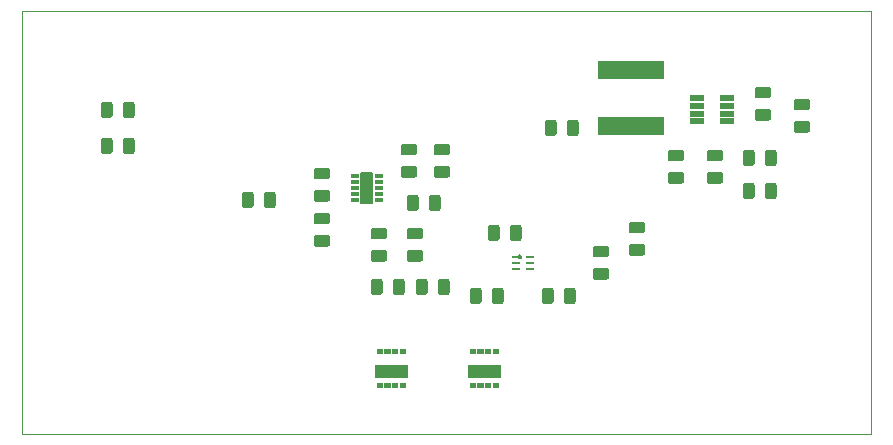
<source format=gbr>
G04 #@! TF.GenerationSoftware,KiCad,Pcbnew,(5.1.5)-3*
G04 #@! TF.CreationDate,2020-04-26T21:45:51-07:00*
G04 #@! TF.ProjectId,JessopIII_SPP460,4a657373-6f70-4494-9949-5f5350503436,rev?*
G04 #@! TF.SameCoordinates,Original*
G04 #@! TF.FileFunction,Paste,Top*
G04 #@! TF.FilePolarity,Positive*
%FSLAX46Y46*%
G04 Gerber Fmt 4.6, Leading zero omitted, Abs format (unit mm)*
G04 Created by KiCad (PCBNEW (5.1.5)-3) date 2020-04-26 21:45:51*
%MOMM*%
%LPD*%
G04 APERTURE LIST*
G04 #@! TA.AperFunction,Profile*
%ADD10C,0.100000*%
G04 #@! TD*
%ADD11C,0.152400*%
%ADD12C,0.010000*%
%ADD13C,0.100000*%
%ADD14R,5.700000X1.600000*%
%ADD15R,0.660400X0.304800*%
%ADD16R,0.939800X2.514600*%
%ADD17R,0.660001X0.249999*%
%ADD18R,0.700001X0.249999*%
%ADD19R,1.220000X0.480000*%
G04 APERTURE END LIST*
D10*
X138430000Y-61722000D02*
X138430000Y-97536000D01*
X66548000Y-61722000D02*
X138430000Y-61722000D01*
X66548000Y-97536000D02*
X66548000Y-61722000D01*
X138430000Y-97536000D02*
X66548000Y-97536000D01*
D11*
G04 #@! TO.C,U1*
X95288100Y-75450700D02*
X95288100Y-77965300D01*
X95288100Y-77965300D02*
X96227900Y-77965300D01*
X96227900Y-77965300D02*
X96227900Y-75450700D01*
X96227900Y-75450700D02*
X95288100Y-75450700D01*
G04 #@! TO.C,U2*
X108666001Y-82433003D02*
X108716000Y-82433003D01*
X108716000Y-82433003D02*
X108816000Y-82533002D01*
X108816000Y-82533002D02*
X108816000Y-82682999D01*
X108816000Y-82682999D02*
X108666001Y-82682999D01*
X108666001Y-82682999D02*
X108666001Y-82433003D01*
D12*
G04 #@! TO.C,U3*
G36*
X107021500Y-91700500D02*
G01*
X107021500Y-92720500D01*
X105576500Y-92720500D01*
X105576500Y-91700500D01*
X107021500Y-91700500D01*
G37*
X107021500Y-91700500D02*
X107021500Y-92720500D01*
X105576500Y-92720500D01*
X105576500Y-91700500D01*
X107021500Y-91700500D01*
G36*
X106864000Y-93213000D02*
G01*
X106864000Y-93553000D01*
X106414000Y-93553000D01*
X106414000Y-93213000D01*
X106864000Y-93213000D01*
G37*
X106864000Y-93213000D02*
X106864000Y-93553000D01*
X106414000Y-93553000D01*
X106414000Y-93213000D01*
X106864000Y-93213000D01*
G36*
X105751500Y-91700500D02*
G01*
X105751500Y-92720500D01*
X104306500Y-92720500D01*
X104306500Y-91700500D01*
X105751500Y-91700500D01*
G37*
X105751500Y-91700500D02*
X105751500Y-92720500D01*
X104306500Y-92720500D01*
X104306500Y-91700500D01*
X105751500Y-91700500D01*
G36*
X106214000Y-93213000D02*
G01*
X106214000Y-93553000D01*
X105764000Y-93553000D01*
X105764000Y-93213000D01*
X106214000Y-93213000D01*
G37*
X106214000Y-93213000D02*
X106214000Y-93553000D01*
X105764000Y-93553000D01*
X105764000Y-93213000D01*
X106214000Y-93213000D01*
G36*
X105564000Y-93213000D02*
G01*
X105564000Y-93553000D01*
X105114000Y-93553000D01*
X105114000Y-93213000D01*
X105564000Y-93213000D01*
G37*
X105564000Y-93213000D02*
X105564000Y-93553000D01*
X105114000Y-93553000D01*
X105114000Y-93213000D01*
X105564000Y-93213000D01*
G36*
X104914000Y-93213000D02*
G01*
X104914000Y-93553000D01*
X104464000Y-93553000D01*
X104464000Y-93213000D01*
X104914000Y-93213000D01*
G37*
X104914000Y-93213000D02*
X104914000Y-93553000D01*
X104464000Y-93553000D01*
X104464000Y-93213000D01*
X104914000Y-93213000D01*
G36*
X106864000Y-90343000D02*
G01*
X106864000Y-90683000D01*
X106414000Y-90683000D01*
X106414000Y-90343000D01*
X106864000Y-90343000D01*
G37*
X106864000Y-90343000D02*
X106864000Y-90683000D01*
X106414000Y-90683000D01*
X106414000Y-90343000D01*
X106864000Y-90343000D01*
G36*
X106214000Y-90343000D02*
G01*
X106214000Y-90683000D01*
X105764000Y-90683000D01*
X105764000Y-90343000D01*
X106214000Y-90343000D01*
G37*
X106214000Y-90343000D02*
X106214000Y-90683000D01*
X105764000Y-90683000D01*
X105764000Y-90343000D01*
X106214000Y-90343000D01*
G36*
X105564000Y-90343000D02*
G01*
X105564000Y-90683000D01*
X105114000Y-90683000D01*
X105114000Y-90343000D01*
X105564000Y-90343000D01*
G37*
X105564000Y-90343000D02*
X105564000Y-90683000D01*
X105114000Y-90683000D01*
X105114000Y-90343000D01*
X105564000Y-90343000D01*
G36*
X104914000Y-90343000D02*
G01*
X104914000Y-90683000D01*
X104464000Y-90683000D01*
X104464000Y-90343000D01*
X104914000Y-90343000D01*
G37*
X104914000Y-90343000D02*
X104914000Y-90683000D01*
X104464000Y-90683000D01*
X104464000Y-90343000D01*
X104914000Y-90343000D01*
G04 #@! TO.C,U4*
G36*
X97040000Y-90343000D02*
G01*
X97040000Y-90683000D01*
X96590000Y-90683000D01*
X96590000Y-90343000D01*
X97040000Y-90343000D01*
G37*
X97040000Y-90343000D02*
X97040000Y-90683000D01*
X96590000Y-90683000D01*
X96590000Y-90343000D01*
X97040000Y-90343000D01*
G36*
X97690000Y-90343000D02*
G01*
X97690000Y-90683000D01*
X97240000Y-90683000D01*
X97240000Y-90343000D01*
X97690000Y-90343000D01*
G37*
X97690000Y-90343000D02*
X97690000Y-90683000D01*
X97240000Y-90683000D01*
X97240000Y-90343000D01*
X97690000Y-90343000D01*
G36*
X98340000Y-90343000D02*
G01*
X98340000Y-90683000D01*
X97890000Y-90683000D01*
X97890000Y-90343000D01*
X98340000Y-90343000D01*
G37*
X98340000Y-90343000D02*
X98340000Y-90683000D01*
X97890000Y-90683000D01*
X97890000Y-90343000D01*
X98340000Y-90343000D01*
G36*
X98990000Y-90343000D02*
G01*
X98990000Y-90683000D01*
X98540000Y-90683000D01*
X98540000Y-90343000D01*
X98990000Y-90343000D01*
G37*
X98990000Y-90343000D02*
X98990000Y-90683000D01*
X98540000Y-90683000D01*
X98540000Y-90343000D01*
X98990000Y-90343000D01*
G36*
X97040000Y-93213000D02*
G01*
X97040000Y-93553000D01*
X96590000Y-93553000D01*
X96590000Y-93213000D01*
X97040000Y-93213000D01*
G37*
X97040000Y-93213000D02*
X97040000Y-93553000D01*
X96590000Y-93553000D01*
X96590000Y-93213000D01*
X97040000Y-93213000D01*
G36*
X97690000Y-93213000D02*
G01*
X97690000Y-93553000D01*
X97240000Y-93553000D01*
X97240000Y-93213000D01*
X97690000Y-93213000D01*
G37*
X97690000Y-93213000D02*
X97690000Y-93553000D01*
X97240000Y-93553000D01*
X97240000Y-93213000D01*
X97690000Y-93213000D01*
G36*
X98340000Y-93213000D02*
G01*
X98340000Y-93553000D01*
X97890000Y-93553000D01*
X97890000Y-93213000D01*
X98340000Y-93213000D01*
G37*
X98340000Y-93213000D02*
X98340000Y-93553000D01*
X97890000Y-93553000D01*
X97890000Y-93213000D01*
X98340000Y-93213000D01*
G36*
X97877500Y-91700500D02*
G01*
X97877500Y-92720500D01*
X96432500Y-92720500D01*
X96432500Y-91700500D01*
X97877500Y-91700500D01*
G37*
X97877500Y-91700500D02*
X97877500Y-92720500D01*
X96432500Y-92720500D01*
X96432500Y-91700500D01*
X97877500Y-91700500D01*
G36*
X98990000Y-93213000D02*
G01*
X98990000Y-93553000D01*
X98540000Y-93553000D01*
X98540000Y-93213000D01*
X98990000Y-93213000D01*
G37*
X98990000Y-93213000D02*
X98990000Y-93553000D01*
X98540000Y-93553000D01*
X98540000Y-93213000D01*
X98990000Y-93213000D01*
G36*
X99147500Y-91700500D02*
G01*
X99147500Y-92720500D01*
X97702500Y-92720500D01*
X97702500Y-91700500D01*
X99147500Y-91700500D01*
G37*
X99147500Y-91700500D02*
X99147500Y-92720500D01*
X97702500Y-92720500D01*
X97702500Y-91700500D01*
X99147500Y-91700500D01*
G04 #@! TD*
D13*
G04 #@! TO.C,C1*
G36*
X74006142Y-72453174D02*
G01*
X74029803Y-72456684D01*
X74053007Y-72462496D01*
X74075529Y-72470554D01*
X74097153Y-72480782D01*
X74117670Y-72493079D01*
X74136883Y-72507329D01*
X74154607Y-72523393D01*
X74170671Y-72541117D01*
X74184921Y-72560330D01*
X74197218Y-72580847D01*
X74207446Y-72602471D01*
X74215504Y-72624993D01*
X74221316Y-72648197D01*
X74224826Y-72671858D01*
X74226000Y-72695750D01*
X74226000Y-73608250D01*
X74224826Y-73632142D01*
X74221316Y-73655803D01*
X74215504Y-73679007D01*
X74207446Y-73701529D01*
X74197218Y-73723153D01*
X74184921Y-73743670D01*
X74170671Y-73762883D01*
X74154607Y-73780607D01*
X74136883Y-73796671D01*
X74117670Y-73810921D01*
X74097153Y-73823218D01*
X74075529Y-73833446D01*
X74053007Y-73841504D01*
X74029803Y-73847316D01*
X74006142Y-73850826D01*
X73982250Y-73852000D01*
X73494750Y-73852000D01*
X73470858Y-73850826D01*
X73447197Y-73847316D01*
X73423993Y-73841504D01*
X73401471Y-73833446D01*
X73379847Y-73823218D01*
X73359330Y-73810921D01*
X73340117Y-73796671D01*
X73322393Y-73780607D01*
X73306329Y-73762883D01*
X73292079Y-73743670D01*
X73279782Y-73723153D01*
X73269554Y-73701529D01*
X73261496Y-73679007D01*
X73255684Y-73655803D01*
X73252174Y-73632142D01*
X73251000Y-73608250D01*
X73251000Y-72695750D01*
X73252174Y-72671858D01*
X73255684Y-72648197D01*
X73261496Y-72624993D01*
X73269554Y-72602471D01*
X73279782Y-72580847D01*
X73292079Y-72560330D01*
X73306329Y-72541117D01*
X73322393Y-72523393D01*
X73340117Y-72507329D01*
X73359330Y-72493079D01*
X73379847Y-72480782D01*
X73401471Y-72470554D01*
X73423993Y-72462496D01*
X73447197Y-72456684D01*
X73470858Y-72453174D01*
X73494750Y-72452000D01*
X73982250Y-72452000D01*
X74006142Y-72453174D01*
G37*
G36*
X75881142Y-72453174D02*
G01*
X75904803Y-72456684D01*
X75928007Y-72462496D01*
X75950529Y-72470554D01*
X75972153Y-72480782D01*
X75992670Y-72493079D01*
X76011883Y-72507329D01*
X76029607Y-72523393D01*
X76045671Y-72541117D01*
X76059921Y-72560330D01*
X76072218Y-72580847D01*
X76082446Y-72602471D01*
X76090504Y-72624993D01*
X76096316Y-72648197D01*
X76099826Y-72671858D01*
X76101000Y-72695750D01*
X76101000Y-73608250D01*
X76099826Y-73632142D01*
X76096316Y-73655803D01*
X76090504Y-73679007D01*
X76082446Y-73701529D01*
X76072218Y-73723153D01*
X76059921Y-73743670D01*
X76045671Y-73762883D01*
X76029607Y-73780607D01*
X76011883Y-73796671D01*
X75992670Y-73810921D01*
X75972153Y-73823218D01*
X75950529Y-73833446D01*
X75928007Y-73841504D01*
X75904803Y-73847316D01*
X75881142Y-73850826D01*
X75857250Y-73852000D01*
X75369750Y-73852000D01*
X75345858Y-73850826D01*
X75322197Y-73847316D01*
X75298993Y-73841504D01*
X75276471Y-73833446D01*
X75254847Y-73823218D01*
X75234330Y-73810921D01*
X75215117Y-73796671D01*
X75197393Y-73780607D01*
X75181329Y-73762883D01*
X75167079Y-73743670D01*
X75154782Y-73723153D01*
X75144554Y-73701529D01*
X75136496Y-73679007D01*
X75130684Y-73655803D01*
X75127174Y-73632142D01*
X75126000Y-73608250D01*
X75126000Y-72695750D01*
X75127174Y-72671858D01*
X75130684Y-72648197D01*
X75136496Y-72624993D01*
X75144554Y-72602471D01*
X75154782Y-72580847D01*
X75167079Y-72560330D01*
X75181329Y-72541117D01*
X75197393Y-72523393D01*
X75215117Y-72507329D01*
X75234330Y-72493079D01*
X75254847Y-72480782D01*
X75276471Y-72470554D01*
X75298993Y-72462496D01*
X75322197Y-72456684D01*
X75345858Y-72453174D01*
X75369750Y-72452000D01*
X75857250Y-72452000D01*
X75881142Y-72453174D01*
G37*
G04 #@! TD*
G04 #@! TO.C,C2*
G36*
X75881142Y-69405174D02*
G01*
X75904803Y-69408684D01*
X75928007Y-69414496D01*
X75950529Y-69422554D01*
X75972153Y-69432782D01*
X75992670Y-69445079D01*
X76011883Y-69459329D01*
X76029607Y-69475393D01*
X76045671Y-69493117D01*
X76059921Y-69512330D01*
X76072218Y-69532847D01*
X76082446Y-69554471D01*
X76090504Y-69576993D01*
X76096316Y-69600197D01*
X76099826Y-69623858D01*
X76101000Y-69647750D01*
X76101000Y-70560250D01*
X76099826Y-70584142D01*
X76096316Y-70607803D01*
X76090504Y-70631007D01*
X76082446Y-70653529D01*
X76072218Y-70675153D01*
X76059921Y-70695670D01*
X76045671Y-70714883D01*
X76029607Y-70732607D01*
X76011883Y-70748671D01*
X75992670Y-70762921D01*
X75972153Y-70775218D01*
X75950529Y-70785446D01*
X75928007Y-70793504D01*
X75904803Y-70799316D01*
X75881142Y-70802826D01*
X75857250Y-70804000D01*
X75369750Y-70804000D01*
X75345858Y-70802826D01*
X75322197Y-70799316D01*
X75298993Y-70793504D01*
X75276471Y-70785446D01*
X75254847Y-70775218D01*
X75234330Y-70762921D01*
X75215117Y-70748671D01*
X75197393Y-70732607D01*
X75181329Y-70714883D01*
X75167079Y-70695670D01*
X75154782Y-70675153D01*
X75144554Y-70653529D01*
X75136496Y-70631007D01*
X75130684Y-70607803D01*
X75127174Y-70584142D01*
X75126000Y-70560250D01*
X75126000Y-69647750D01*
X75127174Y-69623858D01*
X75130684Y-69600197D01*
X75136496Y-69576993D01*
X75144554Y-69554471D01*
X75154782Y-69532847D01*
X75167079Y-69512330D01*
X75181329Y-69493117D01*
X75197393Y-69475393D01*
X75215117Y-69459329D01*
X75234330Y-69445079D01*
X75254847Y-69432782D01*
X75276471Y-69422554D01*
X75298993Y-69414496D01*
X75322197Y-69408684D01*
X75345858Y-69405174D01*
X75369750Y-69404000D01*
X75857250Y-69404000D01*
X75881142Y-69405174D01*
G37*
G36*
X74006142Y-69405174D02*
G01*
X74029803Y-69408684D01*
X74053007Y-69414496D01*
X74075529Y-69422554D01*
X74097153Y-69432782D01*
X74117670Y-69445079D01*
X74136883Y-69459329D01*
X74154607Y-69475393D01*
X74170671Y-69493117D01*
X74184921Y-69512330D01*
X74197218Y-69532847D01*
X74207446Y-69554471D01*
X74215504Y-69576993D01*
X74221316Y-69600197D01*
X74224826Y-69623858D01*
X74226000Y-69647750D01*
X74226000Y-70560250D01*
X74224826Y-70584142D01*
X74221316Y-70607803D01*
X74215504Y-70631007D01*
X74207446Y-70653529D01*
X74197218Y-70675153D01*
X74184921Y-70695670D01*
X74170671Y-70714883D01*
X74154607Y-70732607D01*
X74136883Y-70748671D01*
X74117670Y-70762921D01*
X74097153Y-70775218D01*
X74075529Y-70785446D01*
X74053007Y-70793504D01*
X74029803Y-70799316D01*
X74006142Y-70802826D01*
X73982250Y-70804000D01*
X73494750Y-70804000D01*
X73470858Y-70802826D01*
X73447197Y-70799316D01*
X73423993Y-70793504D01*
X73401471Y-70785446D01*
X73379847Y-70775218D01*
X73359330Y-70762921D01*
X73340117Y-70748671D01*
X73322393Y-70732607D01*
X73306329Y-70714883D01*
X73292079Y-70695670D01*
X73279782Y-70675153D01*
X73269554Y-70653529D01*
X73261496Y-70631007D01*
X73255684Y-70607803D01*
X73252174Y-70584142D01*
X73251000Y-70560250D01*
X73251000Y-69647750D01*
X73252174Y-69623858D01*
X73255684Y-69600197D01*
X73261496Y-69576993D01*
X73269554Y-69554471D01*
X73279782Y-69532847D01*
X73292079Y-69512330D01*
X73306329Y-69493117D01*
X73322393Y-69475393D01*
X73340117Y-69459329D01*
X73359330Y-69445079D01*
X73379847Y-69432782D01*
X73401471Y-69422554D01*
X73423993Y-69414496D01*
X73447197Y-69408684D01*
X73470858Y-69405174D01*
X73494750Y-69404000D01*
X73982250Y-69404000D01*
X74006142Y-69405174D01*
G37*
G04 #@! TD*
G04 #@! TO.C,C3*
G36*
X99794142Y-74873174D02*
G01*
X99817803Y-74876684D01*
X99841007Y-74882496D01*
X99863529Y-74890554D01*
X99885153Y-74900782D01*
X99905670Y-74913079D01*
X99924883Y-74927329D01*
X99942607Y-74943393D01*
X99958671Y-74961117D01*
X99972921Y-74980330D01*
X99985218Y-75000847D01*
X99995446Y-75022471D01*
X100003504Y-75044993D01*
X100009316Y-75068197D01*
X100012826Y-75091858D01*
X100014000Y-75115750D01*
X100014000Y-75603250D01*
X100012826Y-75627142D01*
X100009316Y-75650803D01*
X100003504Y-75674007D01*
X99995446Y-75696529D01*
X99985218Y-75718153D01*
X99972921Y-75738670D01*
X99958671Y-75757883D01*
X99942607Y-75775607D01*
X99924883Y-75791671D01*
X99905670Y-75805921D01*
X99885153Y-75818218D01*
X99863529Y-75828446D01*
X99841007Y-75836504D01*
X99817803Y-75842316D01*
X99794142Y-75845826D01*
X99770250Y-75847000D01*
X98857750Y-75847000D01*
X98833858Y-75845826D01*
X98810197Y-75842316D01*
X98786993Y-75836504D01*
X98764471Y-75828446D01*
X98742847Y-75818218D01*
X98722330Y-75805921D01*
X98703117Y-75791671D01*
X98685393Y-75775607D01*
X98669329Y-75757883D01*
X98655079Y-75738670D01*
X98642782Y-75718153D01*
X98632554Y-75696529D01*
X98624496Y-75674007D01*
X98618684Y-75650803D01*
X98615174Y-75627142D01*
X98614000Y-75603250D01*
X98614000Y-75115750D01*
X98615174Y-75091858D01*
X98618684Y-75068197D01*
X98624496Y-75044993D01*
X98632554Y-75022471D01*
X98642782Y-75000847D01*
X98655079Y-74980330D01*
X98669329Y-74961117D01*
X98685393Y-74943393D01*
X98703117Y-74927329D01*
X98722330Y-74913079D01*
X98742847Y-74900782D01*
X98764471Y-74890554D01*
X98786993Y-74882496D01*
X98810197Y-74876684D01*
X98833858Y-74873174D01*
X98857750Y-74872000D01*
X99770250Y-74872000D01*
X99794142Y-74873174D01*
G37*
G36*
X99794142Y-72998174D02*
G01*
X99817803Y-73001684D01*
X99841007Y-73007496D01*
X99863529Y-73015554D01*
X99885153Y-73025782D01*
X99905670Y-73038079D01*
X99924883Y-73052329D01*
X99942607Y-73068393D01*
X99958671Y-73086117D01*
X99972921Y-73105330D01*
X99985218Y-73125847D01*
X99995446Y-73147471D01*
X100003504Y-73169993D01*
X100009316Y-73193197D01*
X100012826Y-73216858D01*
X100014000Y-73240750D01*
X100014000Y-73728250D01*
X100012826Y-73752142D01*
X100009316Y-73775803D01*
X100003504Y-73799007D01*
X99995446Y-73821529D01*
X99985218Y-73843153D01*
X99972921Y-73863670D01*
X99958671Y-73882883D01*
X99942607Y-73900607D01*
X99924883Y-73916671D01*
X99905670Y-73930921D01*
X99885153Y-73943218D01*
X99863529Y-73953446D01*
X99841007Y-73961504D01*
X99817803Y-73967316D01*
X99794142Y-73970826D01*
X99770250Y-73972000D01*
X98857750Y-73972000D01*
X98833858Y-73970826D01*
X98810197Y-73967316D01*
X98786993Y-73961504D01*
X98764471Y-73953446D01*
X98742847Y-73943218D01*
X98722330Y-73930921D01*
X98703117Y-73916671D01*
X98685393Y-73900607D01*
X98669329Y-73882883D01*
X98655079Y-73863670D01*
X98642782Y-73843153D01*
X98632554Y-73821529D01*
X98624496Y-73799007D01*
X98618684Y-73775803D01*
X98615174Y-73752142D01*
X98614000Y-73728250D01*
X98614000Y-73240750D01*
X98615174Y-73216858D01*
X98618684Y-73193197D01*
X98624496Y-73169993D01*
X98632554Y-73147471D01*
X98642782Y-73125847D01*
X98655079Y-73105330D01*
X98669329Y-73086117D01*
X98685393Y-73068393D01*
X98703117Y-73052329D01*
X98722330Y-73038079D01*
X98742847Y-73025782D01*
X98764471Y-73015554D01*
X98786993Y-73007496D01*
X98810197Y-73001684D01*
X98833858Y-72998174D01*
X98857750Y-72997000D01*
X99770250Y-72997000D01*
X99794142Y-72998174D01*
G37*
G04 #@! TD*
G04 #@! TO.C,C4*
G36*
X102588142Y-72998174D02*
G01*
X102611803Y-73001684D01*
X102635007Y-73007496D01*
X102657529Y-73015554D01*
X102679153Y-73025782D01*
X102699670Y-73038079D01*
X102718883Y-73052329D01*
X102736607Y-73068393D01*
X102752671Y-73086117D01*
X102766921Y-73105330D01*
X102779218Y-73125847D01*
X102789446Y-73147471D01*
X102797504Y-73169993D01*
X102803316Y-73193197D01*
X102806826Y-73216858D01*
X102808000Y-73240750D01*
X102808000Y-73728250D01*
X102806826Y-73752142D01*
X102803316Y-73775803D01*
X102797504Y-73799007D01*
X102789446Y-73821529D01*
X102779218Y-73843153D01*
X102766921Y-73863670D01*
X102752671Y-73882883D01*
X102736607Y-73900607D01*
X102718883Y-73916671D01*
X102699670Y-73930921D01*
X102679153Y-73943218D01*
X102657529Y-73953446D01*
X102635007Y-73961504D01*
X102611803Y-73967316D01*
X102588142Y-73970826D01*
X102564250Y-73972000D01*
X101651750Y-73972000D01*
X101627858Y-73970826D01*
X101604197Y-73967316D01*
X101580993Y-73961504D01*
X101558471Y-73953446D01*
X101536847Y-73943218D01*
X101516330Y-73930921D01*
X101497117Y-73916671D01*
X101479393Y-73900607D01*
X101463329Y-73882883D01*
X101449079Y-73863670D01*
X101436782Y-73843153D01*
X101426554Y-73821529D01*
X101418496Y-73799007D01*
X101412684Y-73775803D01*
X101409174Y-73752142D01*
X101408000Y-73728250D01*
X101408000Y-73240750D01*
X101409174Y-73216858D01*
X101412684Y-73193197D01*
X101418496Y-73169993D01*
X101426554Y-73147471D01*
X101436782Y-73125847D01*
X101449079Y-73105330D01*
X101463329Y-73086117D01*
X101479393Y-73068393D01*
X101497117Y-73052329D01*
X101516330Y-73038079D01*
X101536847Y-73025782D01*
X101558471Y-73015554D01*
X101580993Y-73007496D01*
X101604197Y-73001684D01*
X101627858Y-72998174D01*
X101651750Y-72997000D01*
X102564250Y-72997000D01*
X102588142Y-72998174D01*
G37*
G36*
X102588142Y-74873174D02*
G01*
X102611803Y-74876684D01*
X102635007Y-74882496D01*
X102657529Y-74890554D01*
X102679153Y-74900782D01*
X102699670Y-74913079D01*
X102718883Y-74927329D01*
X102736607Y-74943393D01*
X102752671Y-74961117D01*
X102766921Y-74980330D01*
X102779218Y-75000847D01*
X102789446Y-75022471D01*
X102797504Y-75044993D01*
X102803316Y-75068197D01*
X102806826Y-75091858D01*
X102808000Y-75115750D01*
X102808000Y-75603250D01*
X102806826Y-75627142D01*
X102803316Y-75650803D01*
X102797504Y-75674007D01*
X102789446Y-75696529D01*
X102779218Y-75718153D01*
X102766921Y-75738670D01*
X102752671Y-75757883D01*
X102736607Y-75775607D01*
X102718883Y-75791671D01*
X102699670Y-75805921D01*
X102679153Y-75818218D01*
X102657529Y-75828446D01*
X102635007Y-75836504D01*
X102611803Y-75842316D01*
X102588142Y-75845826D01*
X102564250Y-75847000D01*
X101651750Y-75847000D01*
X101627858Y-75845826D01*
X101604197Y-75842316D01*
X101580993Y-75836504D01*
X101558471Y-75828446D01*
X101536847Y-75818218D01*
X101516330Y-75805921D01*
X101497117Y-75791671D01*
X101479393Y-75775607D01*
X101463329Y-75757883D01*
X101449079Y-75738670D01*
X101436782Y-75718153D01*
X101426554Y-75696529D01*
X101418496Y-75674007D01*
X101412684Y-75650803D01*
X101409174Y-75627142D01*
X101408000Y-75603250D01*
X101408000Y-75115750D01*
X101409174Y-75091858D01*
X101412684Y-75068197D01*
X101418496Y-75044993D01*
X101426554Y-75022471D01*
X101436782Y-75000847D01*
X101449079Y-74980330D01*
X101463329Y-74961117D01*
X101479393Y-74943393D01*
X101497117Y-74927329D01*
X101516330Y-74913079D01*
X101536847Y-74900782D01*
X101558471Y-74890554D01*
X101580993Y-74882496D01*
X101604197Y-74876684D01*
X101627858Y-74873174D01*
X101651750Y-74872000D01*
X102564250Y-74872000D01*
X102588142Y-74873174D01*
G37*
G04 #@! TD*
G04 #@! TO.C,C5*
G36*
X116050142Y-83509174D02*
G01*
X116073803Y-83512684D01*
X116097007Y-83518496D01*
X116119529Y-83526554D01*
X116141153Y-83536782D01*
X116161670Y-83549079D01*
X116180883Y-83563329D01*
X116198607Y-83579393D01*
X116214671Y-83597117D01*
X116228921Y-83616330D01*
X116241218Y-83636847D01*
X116251446Y-83658471D01*
X116259504Y-83680993D01*
X116265316Y-83704197D01*
X116268826Y-83727858D01*
X116270000Y-83751750D01*
X116270000Y-84239250D01*
X116268826Y-84263142D01*
X116265316Y-84286803D01*
X116259504Y-84310007D01*
X116251446Y-84332529D01*
X116241218Y-84354153D01*
X116228921Y-84374670D01*
X116214671Y-84393883D01*
X116198607Y-84411607D01*
X116180883Y-84427671D01*
X116161670Y-84441921D01*
X116141153Y-84454218D01*
X116119529Y-84464446D01*
X116097007Y-84472504D01*
X116073803Y-84478316D01*
X116050142Y-84481826D01*
X116026250Y-84483000D01*
X115113750Y-84483000D01*
X115089858Y-84481826D01*
X115066197Y-84478316D01*
X115042993Y-84472504D01*
X115020471Y-84464446D01*
X114998847Y-84454218D01*
X114978330Y-84441921D01*
X114959117Y-84427671D01*
X114941393Y-84411607D01*
X114925329Y-84393883D01*
X114911079Y-84374670D01*
X114898782Y-84354153D01*
X114888554Y-84332529D01*
X114880496Y-84310007D01*
X114874684Y-84286803D01*
X114871174Y-84263142D01*
X114870000Y-84239250D01*
X114870000Y-83751750D01*
X114871174Y-83727858D01*
X114874684Y-83704197D01*
X114880496Y-83680993D01*
X114888554Y-83658471D01*
X114898782Y-83636847D01*
X114911079Y-83616330D01*
X114925329Y-83597117D01*
X114941393Y-83579393D01*
X114959117Y-83563329D01*
X114978330Y-83549079D01*
X114998847Y-83536782D01*
X115020471Y-83526554D01*
X115042993Y-83518496D01*
X115066197Y-83512684D01*
X115089858Y-83509174D01*
X115113750Y-83508000D01*
X116026250Y-83508000D01*
X116050142Y-83509174D01*
G37*
G36*
X116050142Y-81634174D02*
G01*
X116073803Y-81637684D01*
X116097007Y-81643496D01*
X116119529Y-81651554D01*
X116141153Y-81661782D01*
X116161670Y-81674079D01*
X116180883Y-81688329D01*
X116198607Y-81704393D01*
X116214671Y-81722117D01*
X116228921Y-81741330D01*
X116241218Y-81761847D01*
X116251446Y-81783471D01*
X116259504Y-81805993D01*
X116265316Y-81829197D01*
X116268826Y-81852858D01*
X116270000Y-81876750D01*
X116270000Y-82364250D01*
X116268826Y-82388142D01*
X116265316Y-82411803D01*
X116259504Y-82435007D01*
X116251446Y-82457529D01*
X116241218Y-82479153D01*
X116228921Y-82499670D01*
X116214671Y-82518883D01*
X116198607Y-82536607D01*
X116180883Y-82552671D01*
X116161670Y-82566921D01*
X116141153Y-82579218D01*
X116119529Y-82589446D01*
X116097007Y-82597504D01*
X116073803Y-82603316D01*
X116050142Y-82606826D01*
X116026250Y-82608000D01*
X115113750Y-82608000D01*
X115089858Y-82606826D01*
X115066197Y-82603316D01*
X115042993Y-82597504D01*
X115020471Y-82589446D01*
X114998847Y-82579218D01*
X114978330Y-82566921D01*
X114959117Y-82552671D01*
X114941393Y-82536607D01*
X114925329Y-82518883D01*
X114911079Y-82499670D01*
X114898782Y-82479153D01*
X114888554Y-82457529D01*
X114880496Y-82435007D01*
X114874684Y-82411803D01*
X114871174Y-82388142D01*
X114870000Y-82364250D01*
X114870000Y-81876750D01*
X114871174Y-81852858D01*
X114874684Y-81829197D01*
X114880496Y-81805993D01*
X114888554Y-81783471D01*
X114898782Y-81761847D01*
X114911079Y-81741330D01*
X114925329Y-81722117D01*
X114941393Y-81704393D01*
X114959117Y-81688329D01*
X114978330Y-81674079D01*
X114998847Y-81661782D01*
X115020471Y-81651554D01*
X115042993Y-81643496D01*
X115066197Y-81637684D01*
X115089858Y-81634174D01*
X115113750Y-81633000D01*
X116026250Y-81633000D01*
X116050142Y-81634174D01*
G37*
G04 #@! TD*
G04 #@! TO.C,C6*
G36*
X111598142Y-70929174D02*
G01*
X111621803Y-70932684D01*
X111645007Y-70938496D01*
X111667529Y-70946554D01*
X111689153Y-70956782D01*
X111709670Y-70969079D01*
X111728883Y-70983329D01*
X111746607Y-70999393D01*
X111762671Y-71017117D01*
X111776921Y-71036330D01*
X111789218Y-71056847D01*
X111799446Y-71078471D01*
X111807504Y-71100993D01*
X111813316Y-71124197D01*
X111816826Y-71147858D01*
X111818000Y-71171750D01*
X111818000Y-72084250D01*
X111816826Y-72108142D01*
X111813316Y-72131803D01*
X111807504Y-72155007D01*
X111799446Y-72177529D01*
X111789218Y-72199153D01*
X111776921Y-72219670D01*
X111762671Y-72238883D01*
X111746607Y-72256607D01*
X111728883Y-72272671D01*
X111709670Y-72286921D01*
X111689153Y-72299218D01*
X111667529Y-72309446D01*
X111645007Y-72317504D01*
X111621803Y-72323316D01*
X111598142Y-72326826D01*
X111574250Y-72328000D01*
X111086750Y-72328000D01*
X111062858Y-72326826D01*
X111039197Y-72323316D01*
X111015993Y-72317504D01*
X110993471Y-72309446D01*
X110971847Y-72299218D01*
X110951330Y-72286921D01*
X110932117Y-72272671D01*
X110914393Y-72256607D01*
X110898329Y-72238883D01*
X110884079Y-72219670D01*
X110871782Y-72199153D01*
X110861554Y-72177529D01*
X110853496Y-72155007D01*
X110847684Y-72131803D01*
X110844174Y-72108142D01*
X110843000Y-72084250D01*
X110843000Y-71171750D01*
X110844174Y-71147858D01*
X110847684Y-71124197D01*
X110853496Y-71100993D01*
X110861554Y-71078471D01*
X110871782Y-71056847D01*
X110884079Y-71036330D01*
X110898329Y-71017117D01*
X110914393Y-70999393D01*
X110932117Y-70983329D01*
X110951330Y-70969079D01*
X110971847Y-70956782D01*
X110993471Y-70946554D01*
X111015993Y-70938496D01*
X111039197Y-70932684D01*
X111062858Y-70929174D01*
X111086750Y-70928000D01*
X111574250Y-70928000D01*
X111598142Y-70929174D01*
G37*
G36*
X113473142Y-70929174D02*
G01*
X113496803Y-70932684D01*
X113520007Y-70938496D01*
X113542529Y-70946554D01*
X113564153Y-70956782D01*
X113584670Y-70969079D01*
X113603883Y-70983329D01*
X113621607Y-70999393D01*
X113637671Y-71017117D01*
X113651921Y-71036330D01*
X113664218Y-71056847D01*
X113674446Y-71078471D01*
X113682504Y-71100993D01*
X113688316Y-71124197D01*
X113691826Y-71147858D01*
X113693000Y-71171750D01*
X113693000Y-72084250D01*
X113691826Y-72108142D01*
X113688316Y-72131803D01*
X113682504Y-72155007D01*
X113674446Y-72177529D01*
X113664218Y-72199153D01*
X113651921Y-72219670D01*
X113637671Y-72238883D01*
X113621607Y-72256607D01*
X113603883Y-72272671D01*
X113584670Y-72286921D01*
X113564153Y-72299218D01*
X113542529Y-72309446D01*
X113520007Y-72317504D01*
X113496803Y-72323316D01*
X113473142Y-72326826D01*
X113449250Y-72328000D01*
X112961750Y-72328000D01*
X112937858Y-72326826D01*
X112914197Y-72323316D01*
X112890993Y-72317504D01*
X112868471Y-72309446D01*
X112846847Y-72299218D01*
X112826330Y-72286921D01*
X112807117Y-72272671D01*
X112789393Y-72256607D01*
X112773329Y-72238883D01*
X112759079Y-72219670D01*
X112746782Y-72199153D01*
X112736554Y-72177529D01*
X112728496Y-72155007D01*
X112722684Y-72131803D01*
X112719174Y-72108142D01*
X112718000Y-72084250D01*
X112718000Y-71171750D01*
X112719174Y-71147858D01*
X112722684Y-71124197D01*
X112728496Y-71100993D01*
X112736554Y-71078471D01*
X112746782Y-71056847D01*
X112759079Y-71036330D01*
X112773329Y-71017117D01*
X112789393Y-70999393D01*
X112807117Y-70983329D01*
X112826330Y-70969079D01*
X112846847Y-70956782D01*
X112868471Y-70946554D01*
X112890993Y-70938496D01*
X112914197Y-70932684D01*
X112937858Y-70929174D01*
X112961750Y-70928000D01*
X113449250Y-70928000D01*
X113473142Y-70929174D01*
G37*
G04 #@! TD*
G04 #@! TO.C,C7*
G36*
X125702142Y-75381174D02*
G01*
X125725803Y-75384684D01*
X125749007Y-75390496D01*
X125771529Y-75398554D01*
X125793153Y-75408782D01*
X125813670Y-75421079D01*
X125832883Y-75435329D01*
X125850607Y-75451393D01*
X125866671Y-75469117D01*
X125880921Y-75488330D01*
X125893218Y-75508847D01*
X125903446Y-75530471D01*
X125911504Y-75552993D01*
X125917316Y-75576197D01*
X125920826Y-75599858D01*
X125922000Y-75623750D01*
X125922000Y-76111250D01*
X125920826Y-76135142D01*
X125917316Y-76158803D01*
X125911504Y-76182007D01*
X125903446Y-76204529D01*
X125893218Y-76226153D01*
X125880921Y-76246670D01*
X125866671Y-76265883D01*
X125850607Y-76283607D01*
X125832883Y-76299671D01*
X125813670Y-76313921D01*
X125793153Y-76326218D01*
X125771529Y-76336446D01*
X125749007Y-76344504D01*
X125725803Y-76350316D01*
X125702142Y-76353826D01*
X125678250Y-76355000D01*
X124765750Y-76355000D01*
X124741858Y-76353826D01*
X124718197Y-76350316D01*
X124694993Y-76344504D01*
X124672471Y-76336446D01*
X124650847Y-76326218D01*
X124630330Y-76313921D01*
X124611117Y-76299671D01*
X124593393Y-76283607D01*
X124577329Y-76265883D01*
X124563079Y-76246670D01*
X124550782Y-76226153D01*
X124540554Y-76204529D01*
X124532496Y-76182007D01*
X124526684Y-76158803D01*
X124523174Y-76135142D01*
X124522000Y-76111250D01*
X124522000Y-75623750D01*
X124523174Y-75599858D01*
X124526684Y-75576197D01*
X124532496Y-75552993D01*
X124540554Y-75530471D01*
X124550782Y-75508847D01*
X124563079Y-75488330D01*
X124577329Y-75469117D01*
X124593393Y-75451393D01*
X124611117Y-75435329D01*
X124630330Y-75421079D01*
X124650847Y-75408782D01*
X124672471Y-75398554D01*
X124694993Y-75390496D01*
X124718197Y-75384684D01*
X124741858Y-75381174D01*
X124765750Y-75380000D01*
X125678250Y-75380000D01*
X125702142Y-75381174D01*
G37*
G36*
X125702142Y-73506174D02*
G01*
X125725803Y-73509684D01*
X125749007Y-73515496D01*
X125771529Y-73523554D01*
X125793153Y-73533782D01*
X125813670Y-73546079D01*
X125832883Y-73560329D01*
X125850607Y-73576393D01*
X125866671Y-73594117D01*
X125880921Y-73613330D01*
X125893218Y-73633847D01*
X125903446Y-73655471D01*
X125911504Y-73677993D01*
X125917316Y-73701197D01*
X125920826Y-73724858D01*
X125922000Y-73748750D01*
X125922000Y-74236250D01*
X125920826Y-74260142D01*
X125917316Y-74283803D01*
X125911504Y-74307007D01*
X125903446Y-74329529D01*
X125893218Y-74351153D01*
X125880921Y-74371670D01*
X125866671Y-74390883D01*
X125850607Y-74408607D01*
X125832883Y-74424671D01*
X125813670Y-74438921D01*
X125793153Y-74451218D01*
X125771529Y-74461446D01*
X125749007Y-74469504D01*
X125725803Y-74475316D01*
X125702142Y-74478826D01*
X125678250Y-74480000D01*
X124765750Y-74480000D01*
X124741858Y-74478826D01*
X124718197Y-74475316D01*
X124694993Y-74469504D01*
X124672471Y-74461446D01*
X124650847Y-74451218D01*
X124630330Y-74438921D01*
X124611117Y-74424671D01*
X124593393Y-74408607D01*
X124577329Y-74390883D01*
X124563079Y-74371670D01*
X124550782Y-74351153D01*
X124540554Y-74329529D01*
X124532496Y-74307007D01*
X124526684Y-74283803D01*
X124523174Y-74260142D01*
X124522000Y-74236250D01*
X124522000Y-73748750D01*
X124523174Y-73724858D01*
X124526684Y-73701197D01*
X124532496Y-73677993D01*
X124540554Y-73655471D01*
X124550782Y-73633847D01*
X124563079Y-73613330D01*
X124577329Y-73594117D01*
X124593393Y-73576393D01*
X124611117Y-73560329D01*
X124630330Y-73546079D01*
X124650847Y-73533782D01*
X124672471Y-73523554D01*
X124694993Y-73515496D01*
X124718197Y-73509684D01*
X124741858Y-73506174D01*
X124765750Y-73505000D01*
X125678250Y-73505000D01*
X125702142Y-73506174D01*
G37*
G04 #@! TD*
G04 #@! TO.C,C8*
G36*
X130237142Y-73469174D02*
G01*
X130260803Y-73472684D01*
X130284007Y-73478496D01*
X130306529Y-73486554D01*
X130328153Y-73496782D01*
X130348670Y-73509079D01*
X130367883Y-73523329D01*
X130385607Y-73539393D01*
X130401671Y-73557117D01*
X130415921Y-73576330D01*
X130428218Y-73596847D01*
X130438446Y-73618471D01*
X130446504Y-73640993D01*
X130452316Y-73664197D01*
X130455826Y-73687858D01*
X130457000Y-73711750D01*
X130457000Y-74624250D01*
X130455826Y-74648142D01*
X130452316Y-74671803D01*
X130446504Y-74695007D01*
X130438446Y-74717529D01*
X130428218Y-74739153D01*
X130415921Y-74759670D01*
X130401671Y-74778883D01*
X130385607Y-74796607D01*
X130367883Y-74812671D01*
X130348670Y-74826921D01*
X130328153Y-74839218D01*
X130306529Y-74849446D01*
X130284007Y-74857504D01*
X130260803Y-74863316D01*
X130237142Y-74866826D01*
X130213250Y-74868000D01*
X129725750Y-74868000D01*
X129701858Y-74866826D01*
X129678197Y-74863316D01*
X129654993Y-74857504D01*
X129632471Y-74849446D01*
X129610847Y-74839218D01*
X129590330Y-74826921D01*
X129571117Y-74812671D01*
X129553393Y-74796607D01*
X129537329Y-74778883D01*
X129523079Y-74759670D01*
X129510782Y-74739153D01*
X129500554Y-74717529D01*
X129492496Y-74695007D01*
X129486684Y-74671803D01*
X129483174Y-74648142D01*
X129482000Y-74624250D01*
X129482000Y-73711750D01*
X129483174Y-73687858D01*
X129486684Y-73664197D01*
X129492496Y-73640993D01*
X129500554Y-73618471D01*
X129510782Y-73596847D01*
X129523079Y-73576330D01*
X129537329Y-73557117D01*
X129553393Y-73539393D01*
X129571117Y-73523329D01*
X129590330Y-73509079D01*
X129610847Y-73496782D01*
X129632471Y-73486554D01*
X129654993Y-73478496D01*
X129678197Y-73472684D01*
X129701858Y-73469174D01*
X129725750Y-73468000D01*
X130213250Y-73468000D01*
X130237142Y-73469174D01*
G37*
G36*
X128362142Y-73469174D02*
G01*
X128385803Y-73472684D01*
X128409007Y-73478496D01*
X128431529Y-73486554D01*
X128453153Y-73496782D01*
X128473670Y-73509079D01*
X128492883Y-73523329D01*
X128510607Y-73539393D01*
X128526671Y-73557117D01*
X128540921Y-73576330D01*
X128553218Y-73596847D01*
X128563446Y-73618471D01*
X128571504Y-73640993D01*
X128577316Y-73664197D01*
X128580826Y-73687858D01*
X128582000Y-73711750D01*
X128582000Y-74624250D01*
X128580826Y-74648142D01*
X128577316Y-74671803D01*
X128571504Y-74695007D01*
X128563446Y-74717529D01*
X128553218Y-74739153D01*
X128540921Y-74759670D01*
X128526671Y-74778883D01*
X128510607Y-74796607D01*
X128492883Y-74812671D01*
X128473670Y-74826921D01*
X128453153Y-74839218D01*
X128431529Y-74849446D01*
X128409007Y-74857504D01*
X128385803Y-74863316D01*
X128362142Y-74866826D01*
X128338250Y-74868000D01*
X127850750Y-74868000D01*
X127826858Y-74866826D01*
X127803197Y-74863316D01*
X127779993Y-74857504D01*
X127757471Y-74849446D01*
X127735847Y-74839218D01*
X127715330Y-74826921D01*
X127696117Y-74812671D01*
X127678393Y-74796607D01*
X127662329Y-74778883D01*
X127648079Y-74759670D01*
X127635782Y-74739153D01*
X127625554Y-74717529D01*
X127617496Y-74695007D01*
X127611684Y-74671803D01*
X127608174Y-74648142D01*
X127607000Y-74624250D01*
X127607000Y-73711750D01*
X127608174Y-73687858D01*
X127611684Y-73664197D01*
X127617496Y-73640993D01*
X127625554Y-73618471D01*
X127635782Y-73596847D01*
X127648079Y-73576330D01*
X127662329Y-73557117D01*
X127678393Y-73539393D01*
X127696117Y-73523329D01*
X127715330Y-73509079D01*
X127735847Y-73496782D01*
X127757471Y-73486554D01*
X127779993Y-73478496D01*
X127803197Y-73472684D01*
X127826858Y-73469174D01*
X127850750Y-73468000D01*
X128338250Y-73468000D01*
X128362142Y-73469174D01*
G37*
G04 #@! TD*
G04 #@! TO.C,C9*
G36*
X128362142Y-76263174D02*
G01*
X128385803Y-76266684D01*
X128409007Y-76272496D01*
X128431529Y-76280554D01*
X128453153Y-76290782D01*
X128473670Y-76303079D01*
X128492883Y-76317329D01*
X128510607Y-76333393D01*
X128526671Y-76351117D01*
X128540921Y-76370330D01*
X128553218Y-76390847D01*
X128563446Y-76412471D01*
X128571504Y-76434993D01*
X128577316Y-76458197D01*
X128580826Y-76481858D01*
X128582000Y-76505750D01*
X128582000Y-77418250D01*
X128580826Y-77442142D01*
X128577316Y-77465803D01*
X128571504Y-77489007D01*
X128563446Y-77511529D01*
X128553218Y-77533153D01*
X128540921Y-77553670D01*
X128526671Y-77572883D01*
X128510607Y-77590607D01*
X128492883Y-77606671D01*
X128473670Y-77620921D01*
X128453153Y-77633218D01*
X128431529Y-77643446D01*
X128409007Y-77651504D01*
X128385803Y-77657316D01*
X128362142Y-77660826D01*
X128338250Y-77662000D01*
X127850750Y-77662000D01*
X127826858Y-77660826D01*
X127803197Y-77657316D01*
X127779993Y-77651504D01*
X127757471Y-77643446D01*
X127735847Y-77633218D01*
X127715330Y-77620921D01*
X127696117Y-77606671D01*
X127678393Y-77590607D01*
X127662329Y-77572883D01*
X127648079Y-77553670D01*
X127635782Y-77533153D01*
X127625554Y-77511529D01*
X127617496Y-77489007D01*
X127611684Y-77465803D01*
X127608174Y-77442142D01*
X127607000Y-77418250D01*
X127607000Y-76505750D01*
X127608174Y-76481858D01*
X127611684Y-76458197D01*
X127617496Y-76434993D01*
X127625554Y-76412471D01*
X127635782Y-76390847D01*
X127648079Y-76370330D01*
X127662329Y-76351117D01*
X127678393Y-76333393D01*
X127696117Y-76317329D01*
X127715330Y-76303079D01*
X127735847Y-76290782D01*
X127757471Y-76280554D01*
X127779993Y-76272496D01*
X127803197Y-76266684D01*
X127826858Y-76263174D01*
X127850750Y-76262000D01*
X128338250Y-76262000D01*
X128362142Y-76263174D01*
G37*
G36*
X130237142Y-76263174D02*
G01*
X130260803Y-76266684D01*
X130284007Y-76272496D01*
X130306529Y-76280554D01*
X130328153Y-76290782D01*
X130348670Y-76303079D01*
X130367883Y-76317329D01*
X130385607Y-76333393D01*
X130401671Y-76351117D01*
X130415921Y-76370330D01*
X130428218Y-76390847D01*
X130438446Y-76412471D01*
X130446504Y-76434993D01*
X130452316Y-76458197D01*
X130455826Y-76481858D01*
X130457000Y-76505750D01*
X130457000Y-77418250D01*
X130455826Y-77442142D01*
X130452316Y-77465803D01*
X130446504Y-77489007D01*
X130438446Y-77511529D01*
X130428218Y-77533153D01*
X130415921Y-77553670D01*
X130401671Y-77572883D01*
X130385607Y-77590607D01*
X130367883Y-77606671D01*
X130348670Y-77620921D01*
X130328153Y-77633218D01*
X130306529Y-77643446D01*
X130284007Y-77651504D01*
X130260803Y-77657316D01*
X130237142Y-77660826D01*
X130213250Y-77662000D01*
X129725750Y-77662000D01*
X129701858Y-77660826D01*
X129678197Y-77657316D01*
X129654993Y-77651504D01*
X129632471Y-77643446D01*
X129610847Y-77633218D01*
X129590330Y-77620921D01*
X129571117Y-77606671D01*
X129553393Y-77590607D01*
X129537329Y-77572883D01*
X129523079Y-77553670D01*
X129510782Y-77533153D01*
X129500554Y-77511529D01*
X129492496Y-77489007D01*
X129486684Y-77465803D01*
X129483174Y-77442142D01*
X129482000Y-77418250D01*
X129482000Y-76505750D01*
X129483174Y-76481858D01*
X129486684Y-76458197D01*
X129492496Y-76434993D01*
X129500554Y-76412471D01*
X129510782Y-76390847D01*
X129523079Y-76370330D01*
X129537329Y-76351117D01*
X129553393Y-76333393D01*
X129571117Y-76317329D01*
X129590330Y-76303079D01*
X129610847Y-76290782D01*
X129632471Y-76280554D01*
X129654993Y-76272496D01*
X129678197Y-76266684D01*
X129701858Y-76263174D01*
X129725750Y-76262000D01*
X130213250Y-76262000D01*
X130237142Y-76263174D01*
G37*
G04 #@! TD*
G04 #@! TO.C,D1*
G36*
X97254142Y-80110174D02*
G01*
X97277803Y-80113684D01*
X97301007Y-80119496D01*
X97323529Y-80127554D01*
X97345153Y-80137782D01*
X97365670Y-80150079D01*
X97384883Y-80164329D01*
X97402607Y-80180393D01*
X97418671Y-80198117D01*
X97432921Y-80217330D01*
X97445218Y-80237847D01*
X97455446Y-80259471D01*
X97463504Y-80281993D01*
X97469316Y-80305197D01*
X97472826Y-80328858D01*
X97474000Y-80352750D01*
X97474000Y-80840250D01*
X97472826Y-80864142D01*
X97469316Y-80887803D01*
X97463504Y-80911007D01*
X97455446Y-80933529D01*
X97445218Y-80955153D01*
X97432921Y-80975670D01*
X97418671Y-80994883D01*
X97402607Y-81012607D01*
X97384883Y-81028671D01*
X97365670Y-81042921D01*
X97345153Y-81055218D01*
X97323529Y-81065446D01*
X97301007Y-81073504D01*
X97277803Y-81079316D01*
X97254142Y-81082826D01*
X97230250Y-81084000D01*
X96317750Y-81084000D01*
X96293858Y-81082826D01*
X96270197Y-81079316D01*
X96246993Y-81073504D01*
X96224471Y-81065446D01*
X96202847Y-81055218D01*
X96182330Y-81042921D01*
X96163117Y-81028671D01*
X96145393Y-81012607D01*
X96129329Y-80994883D01*
X96115079Y-80975670D01*
X96102782Y-80955153D01*
X96092554Y-80933529D01*
X96084496Y-80911007D01*
X96078684Y-80887803D01*
X96075174Y-80864142D01*
X96074000Y-80840250D01*
X96074000Y-80352750D01*
X96075174Y-80328858D01*
X96078684Y-80305197D01*
X96084496Y-80281993D01*
X96092554Y-80259471D01*
X96102782Y-80237847D01*
X96115079Y-80217330D01*
X96129329Y-80198117D01*
X96145393Y-80180393D01*
X96163117Y-80164329D01*
X96182330Y-80150079D01*
X96202847Y-80137782D01*
X96224471Y-80127554D01*
X96246993Y-80119496D01*
X96270197Y-80113684D01*
X96293858Y-80110174D01*
X96317750Y-80109000D01*
X97230250Y-80109000D01*
X97254142Y-80110174D01*
G37*
G36*
X97254142Y-81985174D02*
G01*
X97277803Y-81988684D01*
X97301007Y-81994496D01*
X97323529Y-82002554D01*
X97345153Y-82012782D01*
X97365670Y-82025079D01*
X97384883Y-82039329D01*
X97402607Y-82055393D01*
X97418671Y-82073117D01*
X97432921Y-82092330D01*
X97445218Y-82112847D01*
X97455446Y-82134471D01*
X97463504Y-82156993D01*
X97469316Y-82180197D01*
X97472826Y-82203858D01*
X97474000Y-82227750D01*
X97474000Y-82715250D01*
X97472826Y-82739142D01*
X97469316Y-82762803D01*
X97463504Y-82786007D01*
X97455446Y-82808529D01*
X97445218Y-82830153D01*
X97432921Y-82850670D01*
X97418671Y-82869883D01*
X97402607Y-82887607D01*
X97384883Y-82903671D01*
X97365670Y-82917921D01*
X97345153Y-82930218D01*
X97323529Y-82940446D01*
X97301007Y-82948504D01*
X97277803Y-82954316D01*
X97254142Y-82957826D01*
X97230250Y-82959000D01*
X96317750Y-82959000D01*
X96293858Y-82957826D01*
X96270197Y-82954316D01*
X96246993Y-82948504D01*
X96224471Y-82940446D01*
X96202847Y-82930218D01*
X96182330Y-82917921D01*
X96163117Y-82903671D01*
X96145393Y-82887607D01*
X96129329Y-82869883D01*
X96115079Y-82850670D01*
X96102782Y-82830153D01*
X96092554Y-82808529D01*
X96084496Y-82786007D01*
X96078684Y-82762803D01*
X96075174Y-82739142D01*
X96074000Y-82715250D01*
X96074000Y-82227750D01*
X96075174Y-82203858D01*
X96078684Y-82180197D01*
X96084496Y-82156993D01*
X96092554Y-82134471D01*
X96102782Y-82112847D01*
X96115079Y-82092330D01*
X96129329Y-82073117D01*
X96145393Y-82055393D01*
X96163117Y-82039329D01*
X96182330Y-82025079D01*
X96202847Y-82012782D01*
X96224471Y-82002554D01*
X96246993Y-81994496D01*
X96270197Y-81988684D01*
X96293858Y-81985174D01*
X96317750Y-81984000D01*
X97230250Y-81984000D01*
X97254142Y-81985174D01*
G37*
G04 #@! TD*
G04 #@! TO.C,D2*
G36*
X100302142Y-81985174D02*
G01*
X100325803Y-81988684D01*
X100349007Y-81994496D01*
X100371529Y-82002554D01*
X100393153Y-82012782D01*
X100413670Y-82025079D01*
X100432883Y-82039329D01*
X100450607Y-82055393D01*
X100466671Y-82073117D01*
X100480921Y-82092330D01*
X100493218Y-82112847D01*
X100503446Y-82134471D01*
X100511504Y-82156993D01*
X100517316Y-82180197D01*
X100520826Y-82203858D01*
X100522000Y-82227750D01*
X100522000Y-82715250D01*
X100520826Y-82739142D01*
X100517316Y-82762803D01*
X100511504Y-82786007D01*
X100503446Y-82808529D01*
X100493218Y-82830153D01*
X100480921Y-82850670D01*
X100466671Y-82869883D01*
X100450607Y-82887607D01*
X100432883Y-82903671D01*
X100413670Y-82917921D01*
X100393153Y-82930218D01*
X100371529Y-82940446D01*
X100349007Y-82948504D01*
X100325803Y-82954316D01*
X100302142Y-82957826D01*
X100278250Y-82959000D01*
X99365750Y-82959000D01*
X99341858Y-82957826D01*
X99318197Y-82954316D01*
X99294993Y-82948504D01*
X99272471Y-82940446D01*
X99250847Y-82930218D01*
X99230330Y-82917921D01*
X99211117Y-82903671D01*
X99193393Y-82887607D01*
X99177329Y-82869883D01*
X99163079Y-82850670D01*
X99150782Y-82830153D01*
X99140554Y-82808529D01*
X99132496Y-82786007D01*
X99126684Y-82762803D01*
X99123174Y-82739142D01*
X99122000Y-82715250D01*
X99122000Y-82227750D01*
X99123174Y-82203858D01*
X99126684Y-82180197D01*
X99132496Y-82156993D01*
X99140554Y-82134471D01*
X99150782Y-82112847D01*
X99163079Y-82092330D01*
X99177329Y-82073117D01*
X99193393Y-82055393D01*
X99211117Y-82039329D01*
X99230330Y-82025079D01*
X99250847Y-82012782D01*
X99272471Y-82002554D01*
X99294993Y-81994496D01*
X99318197Y-81988684D01*
X99341858Y-81985174D01*
X99365750Y-81984000D01*
X100278250Y-81984000D01*
X100302142Y-81985174D01*
G37*
G36*
X100302142Y-80110174D02*
G01*
X100325803Y-80113684D01*
X100349007Y-80119496D01*
X100371529Y-80127554D01*
X100393153Y-80137782D01*
X100413670Y-80150079D01*
X100432883Y-80164329D01*
X100450607Y-80180393D01*
X100466671Y-80198117D01*
X100480921Y-80217330D01*
X100493218Y-80237847D01*
X100503446Y-80259471D01*
X100511504Y-80281993D01*
X100517316Y-80305197D01*
X100520826Y-80328858D01*
X100522000Y-80352750D01*
X100522000Y-80840250D01*
X100520826Y-80864142D01*
X100517316Y-80887803D01*
X100511504Y-80911007D01*
X100503446Y-80933529D01*
X100493218Y-80955153D01*
X100480921Y-80975670D01*
X100466671Y-80994883D01*
X100450607Y-81012607D01*
X100432883Y-81028671D01*
X100413670Y-81042921D01*
X100393153Y-81055218D01*
X100371529Y-81065446D01*
X100349007Y-81073504D01*
X100325803Y-81079316D01*
X100302142Y-81082826D01*
X100278250Y-81084000D01*
X99365750Y-81084000D01*
X99341858Y-81082826D01*
X99318197Y-81079316D01*
X99294993Y-81073504D01*
X99272471Y-81065446D01*
X99250847Y-81055218D01*
X99230330Y-81042921D01*
X99211117Y-81028671D01*
X99193393Y-81012607D01*
X99177329Y-80994883D01*
X99163079Y-80975670D01*
X99150782Y-80955153D01*
X99140554Y-80933529D01*
X99132496Y-80911007D01*
X99126684Y-80887803D01*
X99123174Y-80864142D01*
X99122000Y-80840250D01*
X99122000Y-80352750D01*
X99123174Y-80328858D01*
X99126684Y-80305197D01*
X99132496Y-80281993D01*
X99140554Y-80259471D01*
X99150782Y-80237847D01*
X99163079Y-80217330D01*
X99177329Y-80198117D01*
X99193393Y-80180393D01*
X99211117Y-80164329D01*
X99230330Y-80150079D01*
X99250847Y-80137782D01*
X99272471Y-80127554D01*
X99294993Y-80119496D01*
X99318197Y-80113684D01*
X99341858Y-80110174D01*
X99365750Y-80109000D01*
X100278250Y-80109000D01*
X100302142Y-80110174D01*
G37*
G04 #@! TD*
D14*
G04 #@! TO.C,L1*
X118110000Y-71438000D03*
X118110000Y-66738000D03*
G04 #@! TD*
D13*
G04 #@! TO.C,R1*
G36*
X92428142Y-76905174D02*
G01*
X92451803Y-76908684D01*
X92475007Y-76914496D01*
X92497529Y-76922554D01*
X92519153Y-76932782D01*
X92539670Y-76945079D01*
X92558883Y-76959329D01*
X92576607Y-76975393D01*
X92592671Y-76993117D01*
X92606921Y-77012330D01*
X92619218Y-77032847D01*
X92629446Y-77054471D01*
X92637504Y-77076993D01*
X92643316Y-77100197D01*
X92646826Y-77123858D01*
X92648000Y-77147750D01*
X92648000Y-77635250D01*
X92646826Y-77659142D01*
X92643316Y-77682803D01*
X92637504Y-77706007D01*
X92629446Y-77728529D01*
X92619218Y-77750153D01*
X92606921Y-77770670D01*
X92592671Y-77789883D01*
X92576607Y-77807607D01*
X92558883Y-77823671D01*
X92539670Y-77837921D01*
X92519153Y-77850218D01*
X92497529Y-77860446D01*
X92475007Y-77868504D01*
X92451803Y-77874316D01*
X92428142Y-77877826D01*
X92404250Y-77879000D01*
X91491750Y-77879000D01*
X91467858Y-77877826D01*
X91444197Y-77874316D01*
X91420993Y-77868504D01*
X91398471Y-77860446D01*
X91376847Y-77850218D01*
X91356330Y-77837921D01*
X91337117Y-77823671D01*
X91319393Y-77807607D01*
X91303329Y-77789883D01*
X91289079Y-77770670D01*
X91276782Y-77750153D01*
X91266554Y-77728529D01*
X91258496Y-77706007D01*
X91252684Y-77682803D01*
X91249174Y-77659142D01*
X91248000Y-77635250D01*
X91248000Y-77147750D01*
X91249174Y-77123858D01*
X91252684Y-77100197D01*
X91258496Y-77076993D01*
X91266554Y-77054471D01*
X91276782Y-77032847D01*
X91289079Y-77012330D01*
X91303329Y-76993117D01*
X91319393Y-76975393D01*
X91337117Y-76959329D01*
X91356330Y-76945079D01*
X91376847Y-76932782D01*
X91398471Y-76922554D01*
X91420993Y-76914496D01*
X91444197Y-76908684D01*
X91467858Y-76905174D01*
X91491750Y-76904000D01*
X92404250Y-76904000D01*
X92428142Y-76905174D01*
G37*
G36*
X92428142Y-75030174D02*
G01*
X92451803Y-75033684D01*
X92475007Y-75039496D01*
X92497529Y-75047554D01*
X92519153Y-75057782D01*
X92539670Y-75070079D01*
X92558883Y-75084329D01*
X92576607Y-75100393D01*
X92592671Y-75118117D01*
X92606921Y-75137330D01*
X92619218Y-75157847D01*
X92629446Y-75179471D01*
X92637504Y-75201993D01*
X92643316Y-75225197D01*
X92646826Y-75248858D01*
X92648000Y-75272750D01*
X92648000Y-75760250D01*
X92646826Y-75784142D01*
X92643316Y-75807803D01*
X92637504Y-75831007D01*
X92629446Y-75853529D01*
X92619218Y-75875153D01*
X92606921Y-75895670D01*
X92592671Y-75914883D01*
X92576607Y-75932607D01*
X92558883Y-75948671D01*
X92539670Y-75962921D01*
X92519153Y-75975218D01*
X92497529Y-75985446D01*
X92475007Y-75993504D01*
X92451803Y-75999316D01*
X92428142Y-76002826D01*
X92404250Y-76004000D01*
X91491750Y-76004000D01*
X91467858Y-76002826D01*
X91444197Y-75999316D01*
X91420993Y-75993504D01*
X91398471Y-75985446D01*
X91376847Y-75975218D01*
X91356330Y-75962921D01*
X91337117Y-75948671D01*
X91319393Y-75932607D01*
X91303329Y-75914883D01*
X91289079Y-75895670D01*
X91276782Y-75875153D01*
X91266554Y-75853529D01*
X91258496Y-75831007D01*
X91252684Y-75807803D01*
X91249174Y-75784142D01*
X91248000Y-75760250D01*
X91248000Y-75272750D01*
X91249174Y-75248858D01*
X91252684Y-75225197D01*
X91258496Y-75201993D01*
X91266554Y-75179471D01*
X91276782Y-75157847D01*
X91289079Y-75137330D01*
X91303329Y-75118117D01*
X91319393Y-75100393D01*
X91337117Y-75084329D01*
X91356330Y-75070079D01*
X91376847Y-75057782D01*
X91398471Y-75047554D01*
X91420993Y-75039496D01*
X91444197Y-75033684D01*
X91467858Y-75030174D01*
X91491750Y-75029000D01*
X92404250Y-75029000D01*
X92428142Y-75030174D01*
G37*
G04 #@! TD*
G04 #@! TO.C,R2*
G36*
X92428142Y-78840174D02*
G01*
X92451803Y-78843684D01*
X92475007Y-78849496D01*
X92497529Y-78857554D01*
X92519153Y-78867782D01*
X92539670Y-78880079D01*
X92558883Y-78894329D01*
X92576607Y-78910393D01*
X92592671Y-78928117D01*
X92606921Y-78947330D01*
X92619218Y-78967847D01*
X92629446Y-78989471D01*
X92637504Y-79011993D01*
X92643316Y-79035197D01*
X92646826Y-79058858D01*
X92648000Y-79082750D01*
X92648000Y-79570250D01*
X92646826Y-79594142D01*
X92643316Y-79617803D01*
X92637504Y-79641007D01*
X92629446Y-79663529D01*
X92619218Y-79685153D01*
X92606921Y-79705670D01*
X92592671Y-79724883D01*
X92576607Y-79742607D01*
X92558883Y-79758671D01*
X92539670Y-79772921D01*
X92519153Y-79785218D01*
X92497529Y-79795446D01*
X92475007Y-79803504D01*
X92451803Y-79809316D01*
X92428142Y-79812826D01*
X92404250Y-79814000D01*
X91491750Y-79814000D01*
X91467858Y-79812826D01*
X91444197Y-79809316D01*
X91420993Y-79803504D01*
X91398471Y-79795446D01*
X91376847Y-79785218D01*
X91356330Y-79772921D01*
X91337117Y-79758671D01*
X91319393Y-79742607D01*
X91303329Y-79724883D01*
X91289079Y-79705670D01*
X91276782Y-79685153D01*
X91266554Y-79663529D01*
X91258496Y-79641007D01*
X91252684Y-79617803D01*
X91249174Y-79594142D01*
X91248000Y-79570250D01*
X91248000Y-79082750D01*
X91249174Y-79058858D01*
X91252684Y-79035197D01*
X91258496Y-79011993D01*
X91266554Y-78989471D01*
X91276782Y-78967847D01*
X91289079Y-78947330D01*
X91303329Y-78928117D01*
X91319393Y-78910393D01*
X91337117Y-78894329D01*
X91356330Y-78880079D01*
X91376847Y-78867782D01*
X91398471Y-78857554D01*
X91420993Y-78849496D01*
X91444197Y-78843684D01*
X91467858Y-78840174D01*
X91491750Y-78839000D01*
X92404250Y-78839000D01*
X92428142Y-78840174D01*
G37*
G36*
X92428142Y-80715174D02*
G01*
X92451803Y-80718684D01*
X92475007Y-80724496D01*
X92497529Y-80732554D01*
X92519153Y-80742782D01*
X92539670Y-80755079D01*
X92558883Y-80769329D01*
X92576607Y-80785393D01*
X92592671Y-80803117D01*
X92606921Y-80822330D01*
X92619218Y-80842847D01*
X92629446Y-80864471D01*
X92637504Y-80886993D01*
X92643316Y-80910197D01*
X92646826Y-80933858D01*
X92648000Y-80957750D01*
X92648000Y-81445250D01*
X92646826Y-81469142D01*
X92643316Y-81492803D01*
X92637504Y-81516007D01*
X92629446Y-81538529D01*
X92619218Y-81560153D01*
X92606921Y-81580670D01*
X92592671Y-81599883D01*
X92576607Y-81617607D01*
X92558883Y-81633671D01*
X92539670Y-81647921D01*
X92519153Y-81660218D01*
X92497529Y-81670446D01*
X92475007Y-81678504D01*
X92451803Y-81684316D01*
X92428142Y-81687826D01*
X92404250Y-81689000D01*
X91491750Y-81689000D01*
X91467858Y-81687826D01*
X91444197Y-81684316D01*
X91420993Y-81678504D01*
X91398471Y-81670446D01*
X91376847Y-81660218D01*
X91356330Y-81647921D01*
X91337117Y-81633671D01*
X91319393Y-81617607D01*
X91303329Y-81599883D01*
X91289079Y-81580670D01*
X91276782Y-81560153D01*
X91266554Y-81538529D01*
X91258496Y-81516007D01*
X91252684Y-81492803D01*
X91249174Y-81469142D01*
X91248000Y-81445250D01*
X91248000Y-80957750D01*
X91249174Y-80933858D01*
X91252684Y-80910197D01*
X91258496Y-80886993D01*
X91266554Y-80864471D01*
X91276782Y-80842847D01*
X91289079Y-80822330D01*
X91303329Y-80803117D01*
X91319393Y-80785393D01*
X91337117Y-80769329D01*
X91356330Y-80755079D01*
X91376847Y-80742782D01*
X91398471Y-80732554D01*
X91420993Y-80724496D01*
X91444197Y-80718684D01*
X91467858Y-80715174D01*
X91491750Y-80714000D01*
X92404250Y-80714000D01*
X92428142Y-80715174D01*
G37*
G04 #@! TD*
G04 #@! TO.C,R3*
G36*
X108647142Y-79819174D02*
G01*
X108670803Y-79822684D01*
X108694007Y-79828496D01*
X108716529Y-79836554D01*
X108738153Y-79846782D01*
X108758670Y-79859079D01*
X108777883Y-79873329D01*
X108795607Y-79889393D01*
X108811671Y-79907117D01*
X108825921Y-79926330D01*
X108838218Y-79946847D01*
X108848446Y-79968471D01*
X108856504Y-79990993D01*
X108862316Y-80014197D01*
X108865826Y-80037858D01*
X108867000Y-80061750D01*
X108867000Y-80974250D01*
X108865826Y-80998142D01*
X108862316Y-81021803D01*
X108856504Y-81045007D01*
X108848446Y-81067529D01*
X108838218Y-81089153D01*
X108825921Y-81109670D01*
X108811671Y-81128883D01*
X108795607Y-81146607D01*
X108777883Y-81162671D01*
X108758670Y-81176921D01*
X108738153Y-81189218D01*
X108716529Y-81199446D01*
X108694007Y-81207504D01*
X108670803Y-81213316D01*
X108647142Y-81216826D01*
X108623250Y-81218000D01*
X108135750Y-81218000D01*
X108111858Y-81216826D01*
X108088197Y-81213316D01*
X108064993Y-81207504D01*
X108042471Y-81199446D01*
X108020847Y-81189218D01*
X108000330Y-81176921D01*
X107981117Y-81162671D01*
X107963393Y-81146607D01*
X107947329Y-81128883D01*
X107933079Y-81109670D01*
X107920782Y-81089153D01*
X107910554Y-81067529D01*
X107902496Y-81045007D01*
X107896684Y-81021803D01*
X107893174Y-80998142D01*
X107892000Y-80974250D01*
X107892000Y-80061750D01*
X107893174Y-80037858D01*
X107896684Y-80014197D01*
X107902496Y-79990993D01*
X107910554Y-79968471D01*
X107920782Y-79946847D01*
X107933079Y-79926330D01*
X107947329Y-79907117D01*
X107963393Y-79889393D01*
X107981117Y-79873329D01*
X108000330Y-79859079D01*
X108020847Y-79846782D01*
X108042471Y-79836554D01*
X108064993Y-79828496D01*
X108088197Y-79822684D01*
X108111858Y-79819174D01*
X108135750Y-79818000D01*
X108623250Y-79818000D01*
X108647142Y-79819174D01*
G37*
G36*
X106772142Y-79819174D02*
G01*
X106795803Y-79822684D01*
X106819007Y-79828496D01*
X106841529Y-79836554D01*
X106863153Y-79846782D01*
X106883670Y-79859079D01*
X106902883Y-79873329D01*
X106920607Y-79889393D01*
X106936671Y-79907117D01*
X106950921Y-79926330D01*
X106963218Y-79946847D01*
X106973446Y-79968471D01*
X106981504Y-79990993D01*
X106987316Y-80014197D01*
X106990826Y-80037858D01*
X106992000Y-80061750D01*
X106992000Y-80974250D01*
X106990826Y-80998142D01*
X106987316Y-81021803D01*
X106981504Y-81045007D01*
X106973446Y-81067529D01*
X106963218Y-81089153D01*
X106950921Y-81109670D01*
X106936671Y-81128883D01*
X106920607Y-81146607D01*
X106902883Y-81162671D01*
X106883670Y-81176921D01*
X106863153Y-81189218D01*
X106841529Y-81199446D01*
X106819007Y-81207504D01*
X106795803Y-81213316D01*
X106772142Y-81216826D01*
X106748250Y-81218000D01*
X106260750Y-81218000D01*
X106236858Y-81216826D01*
X106213197Y-81213316D01*
X106189993Y-81207504D01*
X106167471Y-81199446D01*
X106145847Y-81189218D01*
X106125330Y-81176921D01*
X106106117Y-81162671D01*
X106088393Y-81146607D01*
X106072329Y-81128883D01*
X106058079Y-81109670D01*
X106045782Y-81089153D01*
X106035554Y-81067529D01*
X106027496Y-81045007D01*
X106021684Y-81021803D01*
X106018174Y-80998142D01*
X106017000Y-80974250D01*
X106017000Y-80061750D01*
X106018174Y-80037858D01*
X106021684Y-80014197D01*
X106027496Y-79990993D01*
X106035554Y-79968471D01*
X106045782Y-79946847D01*
X106058079Y-79926330D01*
X106072329Y-79907117D01*
X106088393Y-79889393D01*
X106106117Y-79873329D01*
X106125330Y-79859079D01*
X106145847Y-79846782D01*
X106167471Y-79836554D01*
X106189993Y-79828496D01*
X106213197Y-79822684D01*
X106236858Y-79819174D01*
X106260750Y-79818000D01*
X106748250Y-79818000D01*
X106772142Y-79819174D01*
G37*
G04 #@! TD*
G04 #@! TO.C,R4*
G36*
X96866142Y-84391174D02*
G01*
X96889803Y-84394684D01*
X96913007Y-84400496D01*
X96935529Y-84408554D01*
X96957153Y-84418782D01*
X96977670Y-84431079D01*
X96996883Y-84445329D01*
X97014607Y-84461393D01*
X97030671Y-84479117D01*
X97044921Y-84498330D01*
X97057218Y-84518847D01*
X97067446Y-84540471D01*
X97075504Y-84562993D01*
X97081316Y-84586197D01*
X97084826Y-84609858D01*
X97086000Y-84633750D01*
X97086000Y-85546250D01*
X97084826Y-85570142D01*
X97081316Y-85593803D01*
X97075504Y-85617007D01*
X97067446Y-85639529D01*
X97057218Y-85661153D01*
X97044921Y-85681670D01*
X97030671Y-85700883D01*
X97014607Y-85718607D01*
X96996883Y-85734671D01*
X96977670Y-85748921D01*
X96957153Y-85761218D01*
X96935529Y-85771446D01*
X96913007Y-85779504D01*
X96889803Y-85785316D01*
X96866142Y-85788826D01*
X96842250Y-85790000D01*
X96354750Y-85790000D01*
X96330858Y-85788826D01*
X96307197Y-85785316D01*
X96283993Y-85779504D01*
X96261471Y-85771446D01*
X96239847Y-85761218D01*
X96219330Y-85748921D01*
X96200117Y-85734671D01*
X96182393Y-85718607D01*
X96166329Y-85700883D01*
X96152079Y-85681670D01*
X96139782Y-85661153D01*
X96129554Y-85639529D01*
X96121496Y-85617007D01*
X96115684Y-85593803D01*
X96112174Y-85570142D01*
X96111000Y-85546250D01*
X96111000Y-84633750D01*
X96112174Y-84609858D01*
X96115684Y-84586197D01*
X96121496Y-84562993D01*
X96129554Y-84540471D01*
X96139782Y-84518847D01*
X96152079Y-84498330D01*
X96166329Y-84479117D01*
X96182393Y-84461393D01*
X96200117Y-84445329D01*
X96219330Y-84431079D01*
X96239847Y-84418782D01*
X96261471Y-84408554D01*
X96283993Y-84400496D01*
X96307197Y-84394684D01*
X96330858Y-84391174D01*
X96354750Y-84390000D01*
X96842250Y-84390000D01*
X96866142Y-84391174D01*
G37*
G36*
X98741142Y-84391174D02*
G01*
X98764803Y-84394684D01*
X98788007Y-84400496D01*
X98810529Y-84408554D01*
X98832153Y-84418782D01*
X98852670Y-84431079D01*
X98871883Y-84445329D01*
X98889607Y-84461393D01*
X98905671Y-84479117D01*
X98919921Y-84498330D01*
X98932218Y-84518847D01*
X98942446Y-84540471D01*
X98950504Y-84562993D01*
X98956316Y-84586197D01*
X98959826Y-84609858D01*
X98961000Y-84633750D01*
X98961000Y-85546250D01*
X98959826Y-85570142D01*
X98956316Y-85593803D01*
X98950504Y-85617007D01*
X98942446Y-85639529D01*
X98932218Y-85661153D01*
X98919921Y-85681670D01*
X98905671Y-85700883D01*
X98889607Y-85718607D01*
X98871883Y-85734671D01*
X98852670Y-85748921D01*
X98832153Y-85761218D01*
X98810529Y-85771446D01*
X98788007Y-85779504D01*
X98764803Y-85785316D01*
X98741142Y-85788826D01*
X98717250Y-85790000D01*
X98229750Y-85790000D01*
X98205858Y-85788826D01*
X98182197Y-85785316D01*
X98158993Y-85779504D01*
X98136471Y-85771446D01*
X98114847Y-85761218D01*
X98094330Y-85748921D01*
X98075117Y-85734671D01*
X98057393Y-85718607D01*
X98041329Y-85700883D01*
X98027079Y-85681670D01*
X98014782Y-85661153D01*
X98004554Y-85639529D01*
X97996496Y-85617007D01*
X97990684Y-85593803D01*
X97987174Y-85570142D01*
X97986000Y-85546250D01*
X97986000Y-84633750D01*
X97987174Y-84609858D01*
X97990684Y-84586197D01*
X97996496Y-84562993D01*
X98004554Y-84540471D01*
X98014782Y-84518847D01*
X98027079Y-84498330D01*
X98041329Y-84479117D01*
X98057393Y-84461393D01*
X98075117Y-84445329D01*
X98094330Y-84431079D01*
X98114847Y-84418782D01*
X98136471Y-84408554D01*
X98158993Y-84400496D01*
X98182197Y-84394684D01*
X98205858Y-84391174D01*
X98229750Y-84390000D01*
X98717250Y-84390000D01*
X98741142Y-84391174D01*
G37*
G04 #@! TD*
G04 #@! TO.C,R5*
G36*
X111344142Y-85153174D02*
G01*
X111367803Y-85156684D01*
X111391007Y-85162496D01*
X111413529Y-85170554D01*
X111435153Y-85180782D01*
X111455670Y-85193079D01*
X111474883Y-85207329D01*
X111492607Y-85223393D01*
X111508671Y-85241117D01*
X111522921Y-85260330D01*
X111535218Y-85280847D01*
X111545446Y-85302471D01*
X111553504Y-85324993D01*
X111559316Y-85348197D01*
X111562826Y-85371858D01*
X111564000Y-85395750D01*
X111564000Y-86308250D01*
X111562826Y-86332142D01*
X111559316Y-86355803D01*
X111553504Y-86379007D01*
X111545446Y-86401529D01*
X111535218Y-86423153D01*
X111522921Y-86443670D01*
X111508671Y-86462883D01*
X111492607Y-86480607D01*
X111474883Y-86496671D01*
X111455670Y-86510921D01*
X111435153Y-86523218D01*
X111413529Y-86533446D01*
X111391007Y-86541504D01*
X111367803Y-86547316D01*
X111344142Y-86550826D01*
X111320250Y-86552000D01*
X110832750Y-86552000D01*
X110808858Y-86550826D01*
X110785197Y-86547316D01*
X110761993Y-86541504D01*
X110739471Y-86533446D01*
X110717847Y-86523218D01*
X110697330Y-86510921D01*
X110678117Y-86496671D01*
X110660393Y-86480607D01*
X110644329Y-86462883D01*
X110630079Y-86443670D01*
X110617782Y-86423153D01*
X110607554Y-86401529D01*
X110599496Y-86379007D01*
X110593684Y-86355803D01*
X110590174Y-86332142D01*
X110589000Y-86308250D01*
X110589000Y-85395750D01*
X110590174Y-85371858D01*
X110593684Y-85348197D01*
X110599496Y-85324993D01*
X110607554Y-85302471D01*
X110617782Y-85280847D01*
X110630079Y-85260330D01*
X110644329Y-85241117D01*
X110660393Y-85223393D01*
X110678117Y-85207329D01*
X110697330Y-85193079D01*
X110717847Y-85180782D01*
X110739471Y-85170554D01*
X110761993Y-85162496D01*
X110785197Y-85156684D01*
X110808858Y-85153174D01*
X110832750Y-85152000D01*
X111320250Y-85152000D01*
X111344142Y-85153174D01*
G37*
G36*
X113219142Y-85153174D02*
G01*
X113242803Y-85156684D01*
X113266007Y-85162496D01*
X113288529Y-85170554D01*
X113310153Y-85180782D01*
X113330670Y-85193079D01*
X113349883Y-85207329D01*
X113367607Y-85223393D01*
X113383671Y-85241117D01*
X113397921Y-85260330D01*
X113410218Y-85280847D01*
X113420446Y-85302471D01*
X113428504Y-85324993D01*
X113434316Y-85348197D01*
X113437826Y-85371858D01*
X113439000Y-85395750D01*
X113439000Y-86308250D01*
X113437826Y-86332142D01*
X113434316Y-86355803D01*
X113428504Y-86379007D01*
X113420446Y-86401529D01*
X113410218Y-86423153D01*
X113397921Y-86443670D01*
X113383671Y-86462883D01*
X113367607Y-86480607D01*
X113349883Y-86496671D01*
X113330670Y-86510921D01*
X113310153Y-86523218D01*
X113288529Y-86533446D01*
X113266007Y-86541504D01*
X113242803Y-86547316D01*
X113219142Y-86550826D01*
X113195250Y-86552000D01*
X112707750Y-86552000D01*
X112683858Y-86550826D01*
X112660197Y-86547316D01*
X112636993Y-86541504D01*
X112614471Y-86533446D01*
X112592847Y-86523218D01*
X112572330Y-86510921D01*
X112553117Y-86496671D01*
X112535393Y-86480607D01*
X112519329Y-86462883D01*
X112505079Y-86443670D01*
X112492782Y-86423153D01*
X112482554Y-86401529D01*
X112474496Y-86379007D01*
X112468684Y-86355803D01*
X112465174Y-86332142D01*
X112464000Y-86308250D01*
X112464000Y-85395750D01*
X112465174Y-85371858D01*
X112468684Y-85348197D01*
X112474496Y-85324993D01*
X112482554Y-85302471D01*
X112492782Y-85280847D01*
X112505079Y-85260330D01*
X112519329Y-85241117D01*
X112535393Y-85223393D01*
X112553117Y-85207329D01*
X112572330Y-85193079D01*
X112592847Y-85180782D01*
X112614471Y-85170554D01*
X112636993Y-85162496D01*
X112660197Y-85156684D01*
X112683858Y-85153174D01*
X112707750Y-85152000D01*
X113195250Y-85152000D01*
X113219142Y-85153174D01*
G37*
G04 #@! TD*
G04 #@! TO.C,R6*
G36*
X107123142Y-85153174D02*
G01*
X107146803Y-85156684D01*
X107170007Y-85162496D01*
X107192529Y-85170554D01*
X107214153Y-85180782D01*
X107234670Y-85193079D01*
X107253883Y-85207329D01*
X107271607Y-85223393D01*
X107287671Y-85241117D01*
X107301921Y-85260330D01*
X107314218Y-85280847D01*
X107324446Y-85302471D01*
X107332504Y-85324993D01*
X107338316Y-85348197D01*
X107341826Y-85371858D01*
X107343000Y-85395750D01*
X107343000Y-86308250D01*
X107341826Y-86332142D01*
X107338316Y-86355803D01*
X107332504Y-86379007D01*
X107324446Y-86401529D01*
X107314218Y-86423153D01*
X107301921Y-86443670D01*
X107287671Y-86462883D01*
X107271607Y-86480607D01*
X107253883Y-86496671D01*
X107234670Y-86510921D01*
X107214153Y-86523218D01*
X107192529Y-86533446D01*
X107170007Y-86541504D01*
X107146803Y-86547316D01*
X107123142Y-86550826D01*
X107099250Y-86552000D01*
X106611750Y-86552000D01*
X106587858Y-86550826D01*
X106564197Y-86547316D01*
X106540993Y-86541504D01*
X106518471Y-86533446D01*
X106496847Y-86523218D01*
X106476330Y-86510921D01*
X106457117Y-86496671D01*
X106439393Y-86480607D01*
X106423329Y-86462883D01*
X106409079Y-86443670D01*
X106396782Y-86423153D01*
X106386554Y-86401529D01*
X106378496Y-86379007D01*
X106372684Y-86355803D01*
X106369174Y-86332142D01*
X106368000Y-86308250D01*
X106368000Y-85395750D01*
X106369174Y-85371858D01*
X106372684Y-85348197D01*
X106378496Y-85324993D01*
X106386554Y-85302471D01*
X106396782Y-85280847D01*
X106409079Y-85260330D01*
X106423329Y-85241117D01*
X106439393Y-85223393D01*
X106457117Y-85207329D01*
X106476330Y-85193079D01*
X106496847Y-85180782D01*
X106518471Y-85170554D01*
X106540993Y-85162496D01*
X106564197Y-85156684D01*
X106587858Y-85153174D01*
X106611750Y-85152000D01*
X107099250Y-85152000D01*
X107123142Y-85153174D01*
G37*
G36*
X105248142Y-85153174D02*
G01*
X105271803Y-85156684D01*
X105295007Y-85162496D01*
X105317529Y-85170554D01*
X105339153Y-85180782D01*
X105359670Y-85193079D01*
X105378883Y-85207329D01*
X105396607Y-85223393D01*
X105412671Y-85241117D01*
X105426921Y-85260330D01*
X105439218Y-85280847D01*
X105449446Y-85302471D01*
X105457504Y-85324993D01*
X105463316Y-85348197D01*
X105466826Y-85371858D01*
X105468000Y-85395750D01*
X105468000Y-86308250D01*
X105466826Y-86332142D01*
X105463316Y-86355803D01*
X105457504Y-86379007D01*
X105449446Y-86401529D01*
X105439218Y-86423153D01*
X105426921Y-86443670D01*
X105412671Y-86462883D01*
X105396607Y-86480607D01*
X105378883Y-86496671D01*
X105359670Y-86510921D01*
X105339153Y-86523218D01*
X105317529Y-86533446D01*
X105295007Y-86541504D01*
X105271803Y-86547316D01*
X105248142Y-86550826D01*
X105224250Y-86552000D01*
X104736750Y-86552000D01*
X104712858Y-86550826D01*
X104689197Y-86547316D01*
X104665993Y-86541504D01*
X104643471Y-86533446D01*
X104621847Y-86523218D01*
X104601330Y-86510921D01*
X104582117Y-86496671D01*
X104564393Y-86480607D01*
X104548329Y-86462883D01*
X104534079Y-86443670D01*
X104521782Y-86423153D01*
X104511554Y-86401529D01*
X104503496Y-86379007D01*
X104497684Y-86355803D01*
X104494174Y-86332142D01*
X104493000Y-86308250D01*
X104493000Y-85395750D01*
X104494174Y-85371858D01*
X104497684Y-85348197D01*
X104503496Y-85324993D01*
X104511554Y-85302471D01*
X104521782Y-85280847D01*
X104534079Y-85260330D01*
X104548329Y-85241117D01*
X104564393Y-85223393D01*
X104582117Y-85207329D01*
X104601330Y-85193079D01*
X104621847Y-85180782D01*
X104643471Y-85170554D01*
X104665993Y-85162496D01*
X104689197Y-85156684D01*
X104712858Y-85153174D01*
X104736750Y-85152000D01*
X105224250Y-85152000D01*
X105248142Y-85153174D01*
G37*
G04 #@! TD*
G04 #@! TO.C,R7*
G36*
X101789142Y-77279174D02*
G01*
X101812803Y-77282684D01*
X101836007Y-77288496D01*
X101858529Y-77296554D01*
X101880153Y-77306782D01*
X101900670Y-77319079D01*
X101919883Y-77333329D01*
X101937607Y-77349393D01*
X101953671Y-77367117D01*
X101967921Y-77386330D01*
X101980218Y-77406847D01*
X101990446Y-77428471D01*
X101998504Y-77450993D01*
X102004316Y-77474197D01*
X102007826Y-77497858D01*
X102009000Y-77521750D01*
X102009000Y-78434250D01*
X102007826Y-78458142D01*
X102004316Y-78481803D01*
X101998504Y-78505007D01*
X101990446Y-78527529D01*
X101980218Y-78549153D01*
X101967921Y-78569670D01*
X101953671Y-78588883D01*
X101937607Y-78606607D01*
X101919883Y-78622671D01*
X101900670Y-78636921D01*
X101880153Y-78649218D01*
X101858529Y-78659446D01*
X101836007Y-78667504D01*
X101812803Y-78673316D01*
X101789142Y-78676826D01*
X101765250Y-78678000D01*
X101277750Y-78678000D01*
X101253858Y-78676826D01*
X101230197Y-78673316D01*
X101206993Y-78667504D01*
X101184471Y-78659446D01*
X101162847Y-78649218D01*
X101142330Y-78636921D01*
X101123117Y-78622671D01*
X101105393Y-78606607D01*
X101089329Y-78588883D01*
X101075079Y-78569670D01*
X101062782Y-78549153D01*
X101052554Y-78527529D01*
X101044496Y-78505007D01*
X101038684Y-78481803D01*
X101035174Y-78458142D01*
X101034000Y-78434250D01*
X101034000Y-77521750D01*
X101035174Y-77497858D01*
X101038684Y-77474197D01*
X101044496Y-77450993D01*
X101052554Y-77428471D01*
X101062782Y-77406847D01*
X101075079Y-77386330D01*
X101089329Y-77367117D01*
X101105393Y-77349393D01*
X101123117Y-77333329D01*
X101142330Y-77319079D01*
X101162847Y-77306782D01*
X101184471Y-77296554D01*
X101206993Y-77288496D01*
X101230197Y-77282684D01*
X101253858Y-77279174D01*
X101277750Y-77278000D01*
X101765250Y-77278000D01*
X101789142Y-77279174D01*
G37*
G36*
X99914142Y-77279174D02*
G01*
X99937803Y-77282684D01*
X99961007Y-77288496D01*
X99983529Y-77296554D01*
X100005153Y-77306782D01*
X100025670Y-77319079D01*
X100044883Y-77333329D01*
X100062607Y-77349393D01*
X100078671Y-77367117D01*
X100092921Y-77386330D01*
X100105218Y-77406847D01*
X100115446Y-77428471D01*
X100123504Y-77450993D01*
X100129316Y-77474197D01*
X100132826Y-77497858D01*
X100134000Y-77521750D01*
X100134000Y-78434250D01*
X100132826Y-78458142D01*
X100129316Y-78481803D01*
X100123504Y-78505007D01*
X100115446Y-78527529D01*
X100105218Y-78549153D01*
X100092921Y-78569670D01*
X100078671Y-78588883D01*
X100062607Y-78606607D01*
X100044883Y-78622671D01*
X100025670Y-78636921D01*
X100005153Y-78649218D01*
X99983529Y-78659446D01*
X99961007Y-78667504D01*
X99937803Y-78673316D01*
X99914142Y-78676826D01*
X99890250Y-78678000D01*
X99402750Y-78678000D01*
X99378858Y-78676826D01*
X99355197Y-78673316D01*
X99331993Y-78667504D01*
X99309471Y-78659446D01*
X99287847Y-78649218D01*
X99267330Y-78636921D01*
X99248117Y-78622671D01*
X99230393Y-78606607D01*
X99214329Y-78588883D01*
X99200079Y-78569670D01*
X99187782Y-78549153D01*
X99177554Y-78527529D01*
X99169496Y-78505007D01*
X99163684Y-78481803D01*
X99160174Y-78458142D01*
X99159000Y-78434250D01*
X99159000Y-77521750D01*
X99160174Y-77497858D01*
X99163684Y-77474197D01*
X99169496Y-77450993D01*
X99177554Y-77428471D01*
X99187782Y-77406847D01*
X99200079Y-77386330D01*
X99214329Y-77367117D01*
X99230393Y-77349393D01*
X99248117Y-77333329D01*
X99267330Y-77319079D01*
X99287847Y-77306782D01*
X99309471Y-77296554D01*
X99331993Y-77288496D01*
X99355197Y-77282684D01*
X99378858Y-77279174D01*
X99402750Y-77278000D01*
X99890250Y-77278000D01*
X99914142Y-77279174D01*
G37*
G04 #@! TD*
G04 #@! TO.C,R8*
G36*
X87819142Y-77025174D02*
G01*
X87842803Y-77028684D01*
X87866007Y-77034496D01*
X87888529Y-77042554D01*
X87910153Y-77052782D01*
X87930670Y-77065079D01*
X87949883Y-77079329D01*
X87967607Y-77095393D01*
X87983671Y-77113117D01*
X87997921Y-77132330D01*
X88010218Y-77152847D01*
X88020446Y-77174471D01*
X88028504Y-77196993D01*
X88034316Y-77220197D01*
X88037826Y-77243858D01*
X88039000Y-77267750D01*
X88039000Y-78180250D01*
X88037826Y-78204142D01*
X88034316Y-78227803D01*
X88028504Y-78251007D01*
X88020446Y-78273529D01*
X88010218Y-78295153D01*
X87997921Y-78315670D01*
X87983671Y-78334883D01*
X87967607Y-78352607D01*
X87949883Y-78368671D01*
X87930670Y-78382921D01*
X87910153Y-78395218D01*
X87888529Y-78405446D01*
X87866007Y-78413504D01*
X87842803Y-78419316D01*
X87819142Y-78422826D01*
X87795250Y-78424000D01*
X87307750Y-78424000D01*
X87283858Y-78422826D01*
X87260197Y-78419316D01*
X87236993Y-78413504D01*
X87214471Y-78405446D01*
X87192847Y-78395218D01*
X87172330Y-78382921D01*
X87153117Y-78368671D01*
X87135393Y-78352607D01*
X87119329Y-78334883D01*
X87105079Y-78315670D01*
X87092782Y-78295153D01*
X87082554Y-78273529D01*
X87074496Y-78251007D01*
X87068684Y-78227803D01*
X87065174Y-78204142D01*
X87064000Y-78180250D01*
X87064000Y-77267750D01*
X87065174Y-77243858D01*
X87068684Y-77220197D01*
X87074496Y-77196993D01*
X87082554Y-77174471D01*
X87092782Y-77152847D01*
X87105079Y-77132330D01*
X87119329Y-77113117D01*
X87135393Y-77095393D01*
X87153117Y-77079329D01*
X87172330Y-77065079D01*
X87192847Y-77052782D01*
X87214471Y-77042554D01*
X87236993Y-77034496D01*
X87260197Y-77028684D01*
X87283858Y-77025174D01*
X87307750Y-77024000D01*
X87795250Y-77024000D01*
X87819142Y-77025174D01*
G37*
G36*
X85944142Y-77025174D02*
G01*
X85967803Y-77028684D01*
X85991007Y-77034496D01*
X86013529Y-77042554D01*
X86035153Y-77052782D01*
X86055670Y-77065079D01*
X86074883Y-77079329D01*
X86092607Y-77095393D01*
X86108671Y-77113117D01*
X86122921Y-77132330D01*
X86135218Y-77152847D01*
X86145446Y-77174471D01*
X86153504Y-77196993D01*
X86159316Y-77220197D01*
X86162826Y-77243858D01*
X86164000Y-77267750D01*
X86164000Y-78180250D01*
X86162826Y-78204142D01*
X86159316Y-78227803D01*
X86153504Y-78251007D01*
X86145446Y-78273529D01*
X86135218Y-78295153D01*
X86122921Y-78315670D01*
X86108671Y-78334883D01*
X86092607Y-78352607D01*
X86074883Y-78368671D01*
X86055670Y-78382921D01*
X86035153Y-78395218D01*
X86013529Y-78405446D01*
X85991007Y-78413504D01*
X85967803Y-78419316D01*
X85944142Y-78422826D01*
X85920250Y-78424000D01*
X85432750Y-78424000D01*
X85408858Y-78422826D01*
X85385197Y-78419316D01*
X85361993Y-78413504D01*
X85339471Y-78405446D01*
X85317847Y-78395218D01*
X85297330Y-78382921D01*
X85278117Y-78368671D01*
X85260393Y-78352607D01*
X85244329Y-78334883D01*
X85230079Y-78315670D01*
X85217782Y-78295153D01*
X85207554Y-78273529D01*
X85199496Y-78251007D01*
X85193684Y-78227803D01*
X85190174Y-78204142D01*
X85189000Y-78180250D01*
X85189000Y-77267750D01*
X85190174Y-77243858D01*
X85193684Y-77220197D01*
X85199496Y-77196993D01*
X85207554Y-77174471D01*
X85217782Y-77152847D01*
X85230079Y-77132330D01*
X85244329Y-77113117D01*
X85260393Y-77095393D01*
X85278117Y-77079329D01*
X85297330Y-77065079D01*
X85317847Y-77052782D01*
X85339471Y-77042554D01*
X85361993Y-77034496D01*
X85385197Y-77028684D01*
X85408858Y-77025174D01*
X85432750Y-77024000D01*
X85920250Y-77024000D01*
X85944142Y-77025174D01*
G37*
G04 #@! TD*
G04 #@! TO.C,R9*
G36*
X100676142Y-84391174D02*
G01*
X100699803Y-84394684D01*
X100723007Y-84400496D01*
X100745529Y-84408554D01*
X100767153Y-84418782D01*
X100787670Y-84431079D01*
X100806883Y-84445329D01*
X100824607Y-84461393D01*
X100840671Y-84479117D01*
X100854921Y-84498330D01*
X100867218Y-84518847D01*
X100877446Y-84540471D01*
X100885504Y-84562993D01*
X100891316Y-84586197D01*
X100894826Y-84609858D01*
X100896000Y-84633750D01*
X100896000Y-85546250D01*
X100894826Y-85570142D01*
X100891316Y-85593803D01*
X100885504Y-85617007D01*
X100877446Y-85639529D01*
X100867218Y-85661153D01*
X100854921Y-85681670D01*
X100840671Y-85700883D01*
X100824607Y-85718607D01*
X100806883Y-85734671D01*
X100787670Y-85748921D01*
X100767153Y-85761218D01*
X100745529Y-85771446D01*
X100723007Y-85779504D01*
X100699803Y-85785316D01*
X100676142Y-85788826D01*
X100652250Y-85790000D01*
X100164750Y-85790000D01*
X100140858Y-85788826D01*
X100117197Y-85785316D01*
X100093993Y-85779504D01*
X100071471Y-85771446D01*
X100049847Y-85761218D01*
X100029330Y-85748921D01*
X100010117Y-85734671D01*
X99992393Y-85718607D01*
X99976329Y-85700883D01*
X99962079Y-85681670D01*
X99949782Y-85661153D01*
X99939554Y-85639529D01*
X99931496Y-85617007D01*
X99925684Y-85593803D01*
X99922174Y-85570142D01*
X99921000Y-85546250D01*
X99921000Y-84633750D01*
X99922174Y-84609858D01*
X99925684Y-84586197D01*
X99931496Y-84562993D01*
X99939554Y-84540471D01*
X99949782Y-84518847D01*
X99962079Y-84498330D01*
X99976329Y-84479117D01*
X99992393Y-84461393D01*
X100010117Y-84445329D01*
X100029330Y-84431079D01*
X100049847Y-84418782D01*
X100071471Y-84408554D01*
X100093993Y-84400496D01*
X100117197Y-84394684D01*
X100140858Y-84391174D01*
X100164750Y-84390000D01*
X100652250Y-84390000D01*
X100676142Y-84391174D01*
G37*
G36*
X102551142Y-84391174D02*
G01*
X102574803Y-84394684D01*
X102598007Y-84400496D01*
X102620529Y-84408554D01*
X102642153Y-84418782D01*
X102662670Y-84431079D01*
X102681883Y-84445329D01*
X102699607Y-84461393D01*
X102715671Y-84479117D01*
X102729921Y-84498330D01*
X102742218Y-84518847D01*
X102752446Y-84540471D01*
X102760504Y-84562993D01*
X102766316Y-84586197D01*
X102769826Y-84609858D01*
X102771000Y-84633750D01*
X102771000Y-85546250D01*
X102769826Y-85570142D01*
X102766316Y-85593803D01*
X102760504Y-85617007D01*
X102752446Y-85639529D01*
X102742218Y-85661153D01*
X102729921Y-85681670D01*
X102715671Y-85700883D01*
X102699607Y-85718607D01*
X102681883Y-85734671D01*
X102662670Y-85748921D01*
X102642153Y-85761218D01*
X102620529Y-85771446D01*
X102598007Y-85779504D01*
X102574803Y-85785316D01*
X102551142Y-85788826D01*
X102527250Y-85790000D01*
X102039750Y-85790000D01*
X102015858Y-85788826D01*
X101992197Y-85785316D01*
X101968993Y-85779504D01*
X101946471Y-85771446D01*
X101924847Y-85761218D01*
X101904330Y-85748921D01*
X101885117Y-85734671D01*
X101867393Y-85718607D01*
X101851329Y-85700883D01*
X101837079Y-85681670D01*
X101824782Y-85661153D01*
X101814554Y-85639529D01*
X101806496Y-85617007D01*
X101800684Y-85593803D01*
X101797174Y-85570142D01*
X101796000Y-85546250D01*
X101796000Y-84633750D01*
X101797174Y-84609858D01*
X101800684Y-84586197D01*
X101806496Y-84562993D01*
X101814554Y-84540471D01*
X101824782Y-84518847D01*
X101837079Y-84498330D01*
X101851329Y-84479117D01*
X101867393Y-84461393D01*
X101885117Y-84445329D01*
X101904330Y-84431079D01*
X101924847Y-84418782D01*
X101946471Y-84408554D01*
X101968993Y-84400496D01*
X101992197Y-84394684D01*
X102015858Y-84391174D01*
X102039750Y-84390000D01*
X102527250Y-84390000D01*
X102551142Y-84391174D01*
G37*
G04 #@! TD*
G04 #@! TO.C,R10*
G36*
X119098142Y-79602174D02*
G01*
X119121803Y-79605684D01*
X119145007Y-79611496D01*
X119167529Y-79619554D01*
X119189153Y-79629782D01*
X119209670Y-79642079D01*
X119228883Y-79656329D01*
X119246607Y-79672393D01*
X119262671Y-79690117D01*
X119276921Y-79709330D01*
X119289218Y-79729847D01*
X119299446Y-79751471D01*
X119307504Y-79773993D01*
X119313316Y-79797197D01*
X119316826Y-79820858D01*
X119318000Y-79844750D01*
X119318000Y-80332250D01*
X119316826Y-80356142D01*
X119313316Y-80379803D01*
X119307504Y-80403007D01*
X119299446Y-80425529D01*
X119289218Y-80447153D01*
X119276921Y-80467670D01*
X119262671Y-80486883D01*
X119246607Y-80504607D01*
X119228883Y-80520671D01*
X119209670Y-80534921D01*
X119189153Y-80547218D01*
X119167529Y-80557446D01*
X119145007Y-80565504D01*
X119121803Y-80571316D01*
X119098142Y-80574826D01*
X119074250Y-80576000D01*
X118161750Y-80576000D01*
X118137858Y-80574826D01*
X118114197Y-80571316D01*
X118090993Y-80565504D01*
X118068471Y-80557446D01*
X118046847Y-80547218D01*
X118026330Y-80534921D01*
X118007117Y-80520671D01*
X117989393Y-80504607D01*
X117973329Y-80486883D01*
X117959079Y-80467670D01*
X117946782Y-80447153D01*
X117936554Y-80425529D01*
X117928496Y-80403007D01*
X117922684Y-80379803D01*
X117919174Y-80356142D01*
X117918000Y-80332250D01*
X117918000Y-79844750D01*
X117919174Y-79820858D01*
X117922684Y-79797197D01*
X117928496Y-79773993D01*
X117936554Y-79751471D01*
X117946782Y-79729847D01*
X117959079Y-79709330D01*
X117973329Y-79690117D01*
X117989393Y-79672393D01*
X118007117Y-79656329D01*
X118026330Y-79642079D01*
X118046847Y-79629782D01*
X118068471Y-79619554D01*
X118090993Y-79611496D01*
X118114197Y-79605684D01*
X118137858Y-79602174D01*
X118161750Y-79601000D01*
X119074250Y-79601000D01*
X119098142Y-79602174D01*
G37*
G36*
X119098142Y-81477174D02*
G01*
X119121803Y-81480684D01*
X119145007Y-81486496D01*
X119167529Y-81494554D01*
X119189153Y-81504782D01*
X119209670Y-81517079D01*
X119228883Y-81531329D01*
X119246607Y-81547393D01*
X119262671Y-81565117D01*
X119276921Y-81584330D01*
X119289218Y-81604847D01*
X119299446Y-81626471D01*
X119307504Y-81648993D01*
X119313316Y-81672197D01*
X119316826Y-81695858D01*
X119318000Y-81719750D01*
X119318000Y-82207250D01*
X119316826Y-82231142D01*
X119313316Y-82254803D01*
X119307504Y-82278007D01*
X119299446Y-82300529D01*
X119289218Y-82322153D01*
X119276921Y-82342670D01*
X119262671Y-82361883D01*
X119246607Y-82379607D01*
X119228883Y-82395671D01*
X119209670Y-82409921D01*
X119189153Y-82422218D01*
X119167529Y-82432446D01*
X119145007Y-82440504D01*
X119121803Y-82446316D01*
X119098142Y-82449826D01*
X119074250Y-82451000D01*
X118161750Y-82451000D01*
X118137858Y-82449826D01*
X118114197Y-82446316D01*
X118090993Y-82440504D01*
X118068471Y-82432446D01*
X118046847Y-82422218D01*
X118026330Y-82409921D01*
X118007117Y-82395671D01*
X117989393Y-82379607D01*
X117973329Y-82361883D01*
X117959079Y-82342670D01*
X117946782Y-82322153D01*
X117936554Y-82300529D01*
X117928496Y-82278007D01*
X117922684Y-82254803D01*
X117919174Y-82231142D01*
X117918000Y-82207250D01*
X117918000Y-81719750D01*
X117919174Y-81695858D01*
X117922684Y-81672197D01*
X117928496Y-81648993D01*
X117936554Y-81626471D01*
X117946782Y-81604847D01*
X117959079Y-81584330D01*
X117973329Y-81565117D01*
X117989393Y-81547393D01*
X118007117Y-81531329D01*
X118026330Y-81517079D01*
X118046847Y-81504782D01*
X118068471Y-81494554D01*
X118090993Y-81486496D01*
X118114197Y-81480684D01*
X118137858Y-81477174D01*
X118161750Y-81476000D01*
X119074250Y-81476000D01*
X119098142Y-81477174D01*
G37*
G04 #@! TD*
G04 #@! TO.C,R11*
G36*
X122400142Y-75381174D02*
G01*
X122423803Y-75384684D01*
X122447007Y-75390496D01*
X122469529Y-75398554D01*
X122491153Y-75408782D01*
X122511670Y-75421079D01*
X122530883Y-75435329D01*
X122548607Y-75451393D01*
X122564671Y-75469117D01*
X122578921Y-75488330D01*
X122591218Y-75508847D01*
X122601446Y-75530471D01*
X122609504Y-75552993D01*
X122615316Y-75576197D01*
X122618826Y-75599858D01*
X122620000Y-75623750D01*
X122620000Y-76111250D01*
X122618826Y-76135142D01*
X122615316Y-76158803D01*
X122609504Y-76182007D01*
X122601446Y-76204529D01*
X122591218Y-76226153D01*
X122578921Y-76246670D01*
X122564671Y-76265883D01*
X122548607Y-76283607D01*
X122530883Y-76299671D01*
X122511670Y-76313921D01*
X122491153Y-76326218D01*
X122469529Y-76336446D01*
X122447007Y-76344504D01*
X122423803Y-76350316D01*
X122400142Y-76353826D01*
X122376250Y-76355000D01*
X121463750Y-76355000D01*
X121439858Y-76353826D01*
X121416197Y-76350316D01*
X121392993Y-76344504D01*
X121370471Y-76336446D01*
X121348847Y-76326218D01*
X121328330Y-76313921D01*
X121309117Y-76299671D01*
X121291393Y-76283607D01*
X121275329Y-76265883D01*
X121261079Y-76246670D01*
X121248782Y-76226153D01*
X121238554Y-76204529D01*
X121230496Y-76182007D01*
X121224684Y-76158803D01*
X121221174Y-76135142D01*
X121220000Y-76111250D01*
X121220000Y-75623750D01*
X121221174Y-75599858D01*
X121224684Y-75576197D01*
X121230496Y-75552993D01*
X121238554Y-75530471D01*
X121248782Y-75508847D01*
X121261079Y-75488330D01*
X121275329Y-75469117D01*
X121291393Y-75451393D01*
X121309117Y-75435329D01*
X121328330Y-75421079D01*
X121348847Y-75408782D01*
X121370471Y-75398554D01*
X121392993Y-75390496D01*
X121416197Y-75384684D01*
X121439858Y-75381174D01*
X121463750Y-75380000D01*
X122376250Y-75380000D01*
X122400142Y-75381174D01*
G37*
G36*
X122400142Y-73506174D02*
G01*
X122423803Y-73509684D01*
X122447007Y-73515496D01*
X122469529Y-73523554D01*
X122491153Y-73533782D01*
X122511670Y-73546079D01*
X122530883Y-73560329D01*
X122548607Y-73576393D01*
X122564671Y-73594117D01*
X122578921Y-73613330D01*
X122591218Y-73633847D01*
X122601446Y-73655471D01*
X122609504Y-73677993D01*
X122615316Y-73701197D01*
X122618826Y-73724858D01*
X122620000Y-73748750D01*
X122620000Y-74236250D01*
X122618826Y-74260142D01*
X122615316Y-74283803D01*
X122609504Y-74307007D01*
X122601446Y-74329529D01*
X122591218Y-74351153D01*
X122578921Y-74371670D01*
X122564671Y-74390883D01*
X122548607Y-74408607D01*
X122530883Y-74424671D01*
X122511670Y-74438921D01*
X122491153Y-74451218D01*
X122469529Y-74461446D01*
X122447007Y-74469504D01*
X122423803Y-74475316D01*
X122400142Y-74478826D01*
X122376250Y-74480000D01*
X121463750Y-74480000D01*
X121439858Y-74478826D01*
X121416197Y-74475316D01*
X121392993Y-74469504D01*
X121370471Y-74461446D01*
X121348847Y-74451218D01*
X121328330Y-74438921D01*
X121309117Y-74424671D01*
X121291393Y-74408607D01*
X121275329Y-74390883D01*
X121261079Y-74371670D01*
X121248782Y-74351153D01*
X121238554Y-74329529D01*
X121230496Y-74307007D01*
X121224684Y-74283803D01*
X121221174Y-74260142D01*
X121220000Y-74236250D01*
X121220000Y-73748750D01*
X121221174Y-73724858D01*
X121224684Y-73701197D01*
X121230496Y-73677993D01*
X121238554Y-73655471D01*
X121248782Y-73633847D01*
X121261079Y-73613330D01*
X121275329Y-73594117D01*
X121291393Y-73576393D01*
X121309117Y-73560329D01*
X121328330Y-73546079D01*
X121348847Y-73533782D01*
X121370471Y-73523554D01*
X121392993Y-73515496D01*
X121416197Y-73509684D01*
X121439858Y-73506174D01*
X121463750Y-73505000D01*
X122376250Y-73505000D01*
X122400142Y-73506174D01*
G37*
G04 #@! TD*
G04 #@! TO.C,R12*
G36*
X133068142Y-71063174D02*
G01*
X133091803Y-71066684D01*
X133115007Y-71072496D01*
X133137529Y-71080554D01*
X133159153Y-71090782D01*
X133179670Y-71103079D01*
X133198883Y-71117329D01*
X133216607Y-71133393D01*
X133232671Y-71151117D01*
X133246921Y-71170330D01*
X133259218Y-71190847D01*
X133269446Y-71212471D01*
X133277504Y-71234993D01*
X133283316Y-71258197D01*
X133286826Y-71281858D01*
X133288000Y-71305750D01*
X133288000Y-71793250D01*
X133286826Y-71817142D01*
X133283316Y-71840803D01*
X133277504Y-71864007D01*
X133269446Y-71886529D01*
X133259218Y-71908153D01*
X133246921Y-71928670D01*
X133232671Y-71947883D01*
X133216607Y-71965607D01*
X133198883Y-71981671D01*
X133179670Y-71995921D01*
X133159153Y-72008218D01*
X133137529Y-72018446D01*
X133115007Y-72026504D01*
X133091803Y-72032316D01*
X133068142Y-72035826D01*
X133044250Y-72037000D01*
X132131750Y-72037000D01*
X132107858Y-72035826D01*
X132084197Y-72032316D01*
X132060993Y-72026504D01*
X132038471Y-72018446D01*
X132016847Y-72008218D01*
X131996330Y-71995921D01*
X131977117Y-71981671D01*
X131959393Y-71965607D01*
X131943329Y-71947883D01*
X131929079Y-71928670D01*
X131916782Y-71908153D01*
X131906554Y-71886529D01*
X131898496Y-71864007D01*
X131892684Y-71840803D01*
X131889174Y-71817142D01*
X131888000Y-71793250D01*
X131888000Y-71305750D01*
X131889174Y-71281858D01*
X131892684Y-71258197D01*
X131898496Y-71234993D01*
X131906554Y-71212471D01*
X131916782Y-71190847D01*
X131929079Y-71170330D01*
X131943329Y-71151117D01*
X131959393Y-71133393D01*
X131977117Y-71117329D01*
X131996330Y-71103079D01*
X132016847Y-71090782D01*
X132038471Y-71080554D01*
X132060993Y-71072496D01*
X132084197Y-71066684D01*
X132107858Y-71063174D01*
X132131750Y-71062000D01*
X133044250Y-71062000D01*
X133068142Y-71063174D01*
G37*
G36*
X133068142Y-69188174D02*
G01*
X133091803Y-69191684D01*
X133115007Y-69197496D01*
X133137529Y-69205554D01*
X133159153Y-69215782D01*
X133179670Y-69228079D01*
X133198883Y-69242329D01*
X133216607Y-69258393D01*
X133232671Y-69276117D01*
X133246921Y-69295330D01*
X133259218Y-69315847D01*
X133269446Y-69337471D01*
X133277504Y-69359993D01*
X133283316Y-69383197D01*
X133286826Y-69406858D01*
X133288000Y-69430750D01*
X133288000Y-69918250D01*
X133286826Y-69942142D01*
X133283316Y-69965803D01*
X133277504Y-69989007D01*
X133269446Y-70011529D01*
X133259218Y-70033153D01*
X133246921Y-70053670D01*
X133232671Y-70072883D01*
X133216607Y-70090607D01*
X133198883Y-70106671D01*
X133179670Y-70120921D01*
X133159153Y-70133218D01*
X133137529Y-70143446D01*
X133115007Y-70151504D01*
X133091803Y-70157316D01*
X133068142Y-70160826D01*
X133044250Y-70162000D01*
X132131750Y-70162000D01*
X132107858Y-70160826D01*
X132084197Y-70157316D01*
X132060993Y-70151504D01*
X132038471Y-70143446D01*
X132016847Y-70133218D01*
X131996330Y-70120921D01*
X131977117Y-70106671D01*
X131959393Y-70090607D01*
X131943329Y-70072883D01*
X131929079Y-70053670D01*
X131916782Y-70033153D01*
X131906554Y-70011529D01*
X131898496Y-69989007D01*
X131892684Y-69965803D01*
X131889174Y-69942142D01*
X131888000Y-69918250D01*
X131888000Y-69430750D01*
X131889174Y-69406858D01*
X131892684Y-69383197D01*
X131898496Y-69359993D01*
X131906554Y-69337471D01*
X131916782Y-69315847D01*
X131929079Y-69295330D01*
X131943329Y-69276117D01*
X131959393Y-69258393D01*
X131977117Y-69242329D01*
X131996330Y-69228079D01*
X132016847Y-69215782D01*
X132038471Y-69205554D01*
X132060993Y-69197496D01*
X132084197Y-69191684D01*
X132107858Y-69188174D01*
X132131750Y-69187000D01*
X133044250Y-69187000D01*
X133068142Y-69188174D01*
G37*
G04 #@! TD*
G04 #@! TO.C,R13*
G36*
X129766142Y-70047174D02*
G01*
X129789803Y-70050684D01*
X129813007Y-70056496D01*
X129835529Y-70064554D01*
X129857153Y-70074782D01*
X129877670Y-70087079D01*
X129896883Y-70101329D01*
X129914607Y-70117393D01*
X129930671Y-70135117D01*
X129944921Y-70154330D01*
X129957218Y-70174847D01*
X129967446Y-70196471D01*
X129975504Y-70218993D01*
X129981316Y-70242197D01*
X129984826Y-70265858D01*
X129986000Y-70289750D01*
X129986000Y-70777250D01*
X129984826Y-70801142D01*
X129981316Y-70824803D01*
X129975504Y-70848007D01*
X129967446Y-70870529D01*
X129957218Y-70892153D01*
X129944921Y-70912670D01*
X129930671Y-70931883D01*
X129914607Y-70949607D01*
X129896883Y-70965671D01*
X129877670Y-70979921D01*
X129857153Y-70992218D01*
X129835529Y-71002446D01*
X129813007Y-71010504D01*
X129789803Y-71016316D01*
X129766142Y-71019826D01*
X129742250Y-71021000D01*
X128829750Y-71021000D01*
X128805858Y-71019826D01*
X128782197Y-71016316D01*
X128758993Y-71010504D01*
X128736471Y-71002446D01*
X128714847Y-70992218D01*
X128694330Y-70979921D01*
X128675117Y-70965671D01*
X128657393Y-70949607D01*
X128641329Y-70931883D01*
X128627079Y-70912670D01*
X128614782Y-70892153D01*
X128604554Y-70870529D01*
X128596496Y-70848007D01*
X128590684Y-70824803D01*
X128587174Y-70801142D01*
X128586000Y-70777250D01*
X128586000Y-70289750D01*
X128587174Y-70265858D01*
X128590684Y-70242197D01*
X128596496Y-70218993D01*
X128604554Y-70196471D01*
X128614782Y-70174847D01*
X128627079Y-70154330D01*
X128641329Y-70135117D01*
X128657393Y-70117393D01*
X128675117Y-70101329D01*
X128694330Y-70087079D01*
X128714847Y-70074782D01*
X128736471Y-70064554D01*
X128758993Y-70056496D01*
X128782197Y-70050684D01*
X128805858Y-70047174D01*
X128829750Y-70046000D01*
X129742250Y-70046000D01*
X129766142Y-70047174D01*
G37*
G36*
X129766142Y-68172174D02*
G01*
X129789803Y-68175684D01*
X129813007Y-68181496D01*
X129835529Y-68189554D01*
X129857153Y-68199782D01*
X129877670Y-68212079D01*
X129896883Y-68226329D01*
X129914607Y-68242393D01*
X129930671Y-68260117D01*
X129944921Y-68279330D01*
X129957218Y-68299847D01*
X129967446Y-68321471D01*
X129975504Y-68343993D01*
X129981316Y-68367197D01*
X129984826Y-68390858D01*
X129986000Y-68414750D01*
X129986000Y-68902250D01*
X129984826Y-68926142D01*
X129981316Y-68949803D01*
X129975504Y-68973007D01*
X129967446Y-68995529D01*
X129957218Y-69017153D01*
X129944921Y-69037670D01*
X129930671Y-69056883D01*
X129914607Y-69074607D01*
X129896883Y-69090671D01*
X129877670Y-69104921D01*
X129857153Y-69117218D01*
X129835529Y-69127446D01*
X129813007Y-69135504D01*
X129789803Y-69141316D01*
X129766142Y-69144826D01*
X129742250Y-69146000D01*
X128829750Y-69146000D01*
X128805858Y-69144826D01*
X128782197Y-69141316D01*
X128758993Y-69135504D01*
X128736471Y-69127446D01*
X128714847Y-69117218D01*
X128694330Y-69104921D01*
X128675117Y-69090671D01*
X128657393Y-69074607D01*
X128641329Y-69056883D01*
X128627079Y-69037670D01*
X128614782Y-69017153D01*
X128604554Y-68995529D01*
X128596496Y-68973007D01*
X128590684Y-68949803D01*
X128587174Y-68926142D01*
X128586000Y-68902250D01*
X128586000Y-68414750D01*
X128587174Y-68390858D01*
X128590684Y-68367197D01*
X128596496Y-68343993D01*
X128604554Y-68321471D01*
X128614782Y-68299847D01*
X128627079Y-68279330D01*
X128641329Y-68260117D01*
X128657393Y-68242393D01*
X128675117Y-68226329D01*
X128694330Y-68212079D01*
X128714847Y-68199782D01*
X128736471Y-68189554D01*
X128758993Y-68181496D01*
X128782197Y-68175684D01*
X128805858Y-68172174D01*
X128829750Y-68171000D01*
X129742250Y-68171000D01*
X129766142Y-68172174D01*
G37*
G04 #@! TD*
D15*
G04 #@! TO.C,U1*
X94729300Y-75707999D03*
X94729300Y-76208001D03*
X94729300Y-76708000D03*
X94729300Y-77207999D03*
X94729300Y-77708001D03*
X96786700Y-77708001D03*
X96786700Y-77207999D03*
X96786700Y-76708000D03*
X96786700Y-76208001D03*
X96786700Y-75707999D03*
D16*
X95758000Y-76708000D03*
G04 #@! TD*
D17*
G04 #@! TO.C,U2*
X108345999Y-82558001D03*
D18*
X108366001Y-83058000D03*
X108366001Y-83557999D03*
X109565999Y-83557999D03*
X109565999Y-83058000D03*
X109565999Y-82558001D03*
G04 #@! TD*
D19*
G04 #@! TO.C,U5*
X126218000Y-71079000D03*
X126218000Y-70429000D03*
X126218000Y-69779000D03*
X126218000Y-69129000D03*
X123718000Y-69129000D03*
X123718000Y-69779000D03*
X123718000Y-70429000D03*
X123718000Y-71079000D03*
G04 #@! TD*
M02*

</source>
